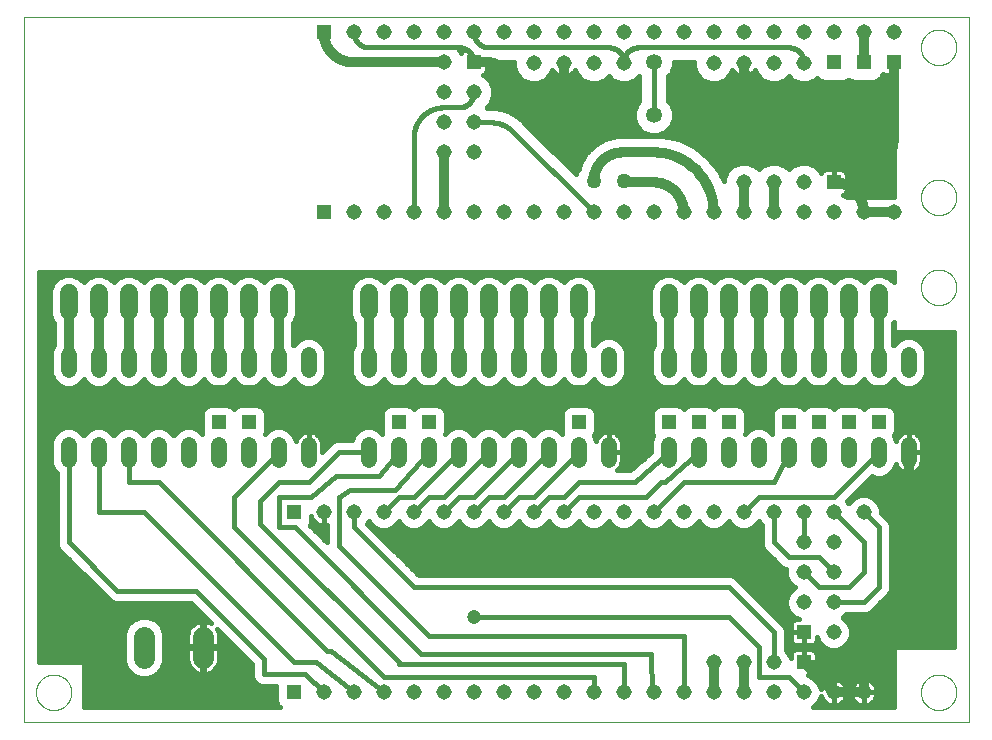
<source format=gbl>
G75*
%MOIN*%
%OFA0B0*%
%FSLAX25Y25*%
%IPPOS*%
%LPD*%
%AMOC8*
5,1,8,0,0,1.08239X$1,22.5*
%
%ADD10C,0.00000*%
%ADD11C,0.05200*%
%ADD12R,0.05150X0.05150*%
%ADD13C,0.05150*%
%ADD14C,0.05937*%
%ADD15C,0.07050*%
%ADD16C,0.05000*%
%ADD17C,0.03200*%
%ADD18C,0.01600*%
%ADD19C,0.05906*%
%ADD20R,0.05000X0.05000*%
%ADD21C,0.04724*%
%ADD22C,0.05315*%
D10*
X0023540Y0001000D02*
X0023540Y0235980D01*
X0338501Y0235980D01*
X0338501Y0001000D01*
X0023540Y0001000D01*
X0027634Y0011000D02*
X0027636Y0011153D01*
X0027642Y0011307D01*
X0027652Y0011460D01*
X0027666Y0011612D01*
X0027684Y0011765D01*
X0027706Y0011916D01*
X0027731Y0012067D01*
X0027761Y0012218D01*
X0027795Y0012368D01*
X0027832Y0012516D01*
X0027873Y0012664D01*
X0027918Y0012810D01*
X0027967Y0012956D01*
X0028020Y0013100D01*
X0028076Y0013242D01*
X0028136Y0013383D01*
X0028200Y0013523D01*
X0028267Y0013661D01*
X0028338Y0013797D01*
X0028413Y0013931D01*
X0028490Y0014063D01*
X0028572Y0014193D01*
X0028656Y0014321D01*
X0028744Y0014447D01*
X0028835Y0014570D01*
X0028929Y0014691D01*
X0029027Y0014809D01*
X0029127Y0014925D01*
X0029231Y0015038D01*
X0029337Y0015149D01*
X0029446Y0015257D01*
X0029558Y0015362D01*
X0029672Y0015463D01*
X0029790Y0015562D01*
X0029909Y0015658D01*
X0030031Y0015751D01*
X0030156Y0015840D01*
X0030283Y0015927D01*
X0030412Y0016009D01*
X0030543Y0016089D01*
X0030676Y0016165D01*
X0030811Y0016238D01*
X0030948Y0016307D01*
X0031087Y0016372D01*
X0031227Y0016434D01*
X0031369Y0016492D01*
X0031512Y0016547D01*
X0031657Y0016598D01*
X0031803Y0016645D01*
X0031950Y0016688D01*
X0032098Y0016727D01*
X0032247Y0016763D01*
X0032397Y0016794D01*
X0032548Y0016822D01*
X0032699Y0016846D01*
X0032852Y0016866D01*
X0033004Y0016882D01*
X0033157Y0016894D01*
X0033310Y0016902D01*
X0033463Y0016906D01*
X0033617Y0016906D01*
X0033770Y0016902D01*
X0033923Y0016894D01*
X0034076Y0016882D01*
X0034228Y0016866D01*
X0034381Y0016846D01*
X0034532Y0016822D01*
X0034683Y0016794D01*
X0034833Y0016763D01*
X0034982Y0016727D01*
X0035130Y0016688D01*
X0035277Y0016645D01*
X0035423Y0016598D01*
X0035568Y0016547D01*
X0035711Y0016492D01*
X0035853Y0016434D01*
X0035993Y0016372D01*
X0036132Y0016307D01*
X0036269Y0016238D01*
X0036404Y0016165D01*
X0036537Y0016089D01*
X0036668Y0016009D01*
X0036797Y0015927D01*
X0036924Y0015840D01*
X0037049Y0015751D01*
X0037171Y0015658D01*
X0037290Y0015562D01*
X0037408Y0015463D01*
X0037522Y0015362D01*
X0037634Y0015257D01*
X0037743Y0015149D01*
X0037849Y0015038D01*
X0037953Y0014925D01*
X0038053Y0014809D01*
X0038151Y0014691D01*
X0038245Y0014570D01*
X0038336Y0014447D01*
X0038424Y0014321D01*
X0038508Y0014193D01*
X0038590Y0014063D01*
X0038667Y0013931D01*
X0038742Y0013797D01*
X0038813Y0013661D01*
X0038880Y0013523D01*
X0038944Y0013383D01*
X0039004Y0013242D01*
X0039060Y0013100D01*
X0039113Y0012956D01*
X0039162Y0012810D01*
X0039207Y0012664D01*
X0039248Y0012516D01*
X0039285Y0012368D01*
X0039319Y0012218D01*
X0039349Y0012067D01*
X0039374Y0011916D01*
X0039396Y0011765D01*
X0039414Y0011612D01*
X0039428Y0011460D01*
X0039438Y0011307D01*
X0039444Y0011153D01*
X0039446Y0011000D01*
X0039444Y0010847D01*
X0039438Y0010693D01*
X0039428Y0010540D01*
X0039414Y0010388D01*
X0039396Y0010235D01*
X0039374Y0010084D01*
X0039349Y0009933D01*
X0039319Y0009782D01*
X0039285Y0009632D01*
X0039248Y0009484D01*
X0039207Y0009336D01*
X0039162Y0009190D01*
X0039113Y0009044D01*
X0039060Y0008900D01*
X0039004Y0008758D01*
X0038944Y0008617D01*
X0038880Y0008477D01*
X0038813Y0008339D01*
X0038742Y0008203D01*
X0038667Y0008069D01*
X0038590Y0007937D01*
X0038508Y0007807D01*
X0038424Y0007679D01*
X0038336Y0007553D01*
X0038245Y0007430D01*
X0038151Y0007309D01*
X0038053Y0007191D01*
X0037953Y0007075D01*
X0037849Y0006962D01*
X0037743Y0006851D01*
X0037634Y0006743D01*
X0037522Y0006638D01*
X0037408Y0006537D01*
X0037290Y0006438D01*
X0037171Y0006342D01*
X0037049Y0006249D01*
X0036924Y0006160D01*
X0036797Y0006073D01*
X0036668Y0005991D01*
X0036537Y0005911D01*
X0036404Y0005835D01*
X0036269Y0005762D01*
X0036132Y0005693D01*
X0035993Y0005628D01*
X0035853Y0005566D01*
X0035711Y0005508D01*
X0035568Y0005453D01*
X0035423Y0005402D01*
X0035277Y0005355D01*
X0035130Y0005312D01*
X0034982Y0005273D01*
X0034833Y0005237D01*
X0034683Y0005206D01*
X0034532Y0005178D01*
X0034381Y0005154D01*
X0034228Y0005134D01*
X0034076Y0005118D01*
X0033923Y0005106D01*
X0033770Y0005098D01*
X0033617Y0005094D01*
X0033463Y0005094D01*
X0033310Y0005098D01*
X0033157Y0005106D01*
X0033004Y0005118D01*
X0032852Y0005134D01*
X0032699Y0005154D01*
X0032548Y0005178D01*
X0032397Y0005206D01*
X0032247Y0005237D01*
X0032098Y0005273D01*
X0031950Y0005312D01*
X0031803Y0005355D01*
X0031657Y0005402D01*
X0031512Y0005453D01*
X0031369Y0005508D01*
X0031227Y0005566D01*
X0031087Y0005628D01*
X0030948Y0005693D01*
X0030811Y0005762D01*
X0030676Y0005835D01*
X0030543Y0005911D01*
X0030412Y0005991D01*
X0030283Y0006073D01*
X0030156Y0006160D01*
X0030031Y0006249D01*
X0029909Y0006342D01*
X0029790Y0006438D01*
X0029672Y0006537D01*
X0029558Y0006638D01*
X0029446Y0006743D01*
X0029337Y0006851D01*
X0029231Y0006962D01*
X0029127Y0007075D01*
X0029027Y0007191D01*
X0028929Y0007309D01*
X0028835Y0007430D01*
X0028744Y0007553D01*
X0028656Y0007679D01*
X0028572Y0007807D01*
X0028490Y0007937D01*
X0028413Y0008069D01*
X0028338Y0008203D01*
X0028267Y0008339D01*
X0028200Y0008477D01*
X0028136Y0008617D01*
X0028076Y0008758D01*
X0028020Y0008900D01*
X0027967Y0009044D01*
X0027918Y0009190D01*
X0027873Y0009336D01*
X0027832Y0009484D01*
X0027795Y0009632D01*
X0027761Y0009782D01*
X0027731Y0009933D01*
X0027706Y0010084D01*
X0027684Y0010235D01*
X0027666Y0010388D01*
X0027652Y0010540D01*
X0027642Y0010693D01*
X0027636Y0010847D01*
X0027634Y0011000D01*
X0322634Y0011000D02*
X0322636Y0011153D01*
X0322642Y0011307D01*
X0322652Y0011460D01*
X0322666Y0011612D01*
X0322684Y0011765D01*
X0322706Y0011916D01*
X0322731Y0012067D01*
X0322761Y0012218D01*
X0322795Y0012368D01*
X0322832Y0012516D01*
X0322873Y0012664D01*
X0322918Y0012810D01*
X0322967Y0012956D01*
X0323020Y0013100D01*
X0323076Y0013242D01*
X0323136Y0013383D01*
X0323200Y0013523D01*
X0323267Y0013661D01*
X0323338Y0013797D01*
X0323413Y0013931D01*
X0323490Y0014063D01*
X0323572Y0014193D01*
X0323656Y0014321D01*
X0323744Y0014447D01*
X0323835Y0014570D01*
X0323929Y0014691D01*
X0324027Y0014809D01*
X0324127Y0014925D01*
X0324231Y0015038D01*
X0324337Y0015149D01*
X0324446Y0015257D01*
X0324558Y0015362D01*
X0324672Y0015463D01*
X0324790Y0015562D01*
X0324909Y0015658D01*
X0325031Y0015751D01*
X0325156Y0015840D01*
X0325283Y0015927D01*
X0325412Y0016009D01*
X0325543Y0016089D01*
X0325676Y0016165D01*
X0325811Y0016238D01*
X0325948Y0016307D01*
X0326087Y0016372D01*
X0326227Y0016434D01*
X0326369Y0016492D01*
X0326512Y0016547D01*
X0326657Y0016598D01*
X0326803Y0016645D01*
X0326950Y0016688D01*
X0327098Y0016727D01*
X0327247Y0016763D01*
X0327397Y0016794D01*
X0327548Y0016822D01*
X0327699Y0016846D01*
X0327852Y0016866D01*
X0328004Y0016882D01*
X0328157Y0016894D01*
X0328310Y0016902D01*
X0328463Y0016906D01*
X0328617Y0016906D01*
X0328770Y0016902D01*
X0328923Y0016894D01*
X0329076Y0016882D01*
X0329228Y0016866D01*
X0329381Y0016846D01*
X0329532Y0016822D01*
X0329683Y0016794D01*
X0329833Y0016763D01*
X0329982Y0016727D01*
X0330130Y0016688D01*
X0330277Y0016645D01*
X0330423Y0016598D01*
X0330568Y0016547D01*
X0330711Y0016492D01*
X0330853Y0016434D01*
X0330993Y0016372D01*
X0331132Y0016307D01*
X0331269Y0016238D01*
X0331404Y0016165D01*
X0331537Y0016089D01*
X0331668Y0016009D01*
X0331797Y0015927D01*
X0331924Y0015840D01*
X0332049Y0015751D01*
X0332171Y0015658D01*
X0332290Y0015562D01*
X0332408Y0015463D01*
X0332522Y0015362D01*
X0332634Y0015257D01*
X0332743Y0015149D01*
X0332849Y0015038D01*
X0332953Y0014925D01*
X0333053Y0014809D01*
X0333151Y0014691D01*
X0333245Y0014570D01*
X0333336Y0014447D01*
X0333424Y0014321D01*
X0333508Y0014193D01*
X0333590Y0014063D01*
X0333667Y0013931D01*
X0333742Y0013797D01*
X0333813Y0013661D01*
X0333880Y0013523D01*
X0333944Y0013383D01*
X0334004Y0013242D01*
X0334060Y0013100D01*
X0334113Y0012956D01*
X0334162Y0012810D01*
X0334207Y0012664D01*
X0334248Y0012516D01*
X0334285Y0012368D01*
X0334319Y0012218D01*
X0334349Y0012067D01*
X0334374Y0011916D01*
X0334396Y0011765D01*
X0334414Y0011612D01*
X0334428Y0011460D01*
X0334438Y0011307D01*
X0334444Y0011153D01*
X0334446Y0011000D01*
X0334444Y0010847D01*
X0334438Y0010693D01*
X0334428Y0010540D01*
X0334414Y0010388D01*
X0334396Y0010235D01*
X0334374Y0010084D01*
X0334349Y0009933D01*
X0334319Y0009782D01*
X0334285Y0009632D01*
X0334248Y0009484D01*
X0334207Y0009336D01*
X0334162Y0009190D01*
X0334113Y0009044D01*
X0334060Y0008900D01*
X0334004Y0008758D01*
X0333944Y0008617D01*
X0333880Y0008477D01*
X0333813Y0008339D01*
X0333742Y0008203D01*
X0333667Y0008069D01*
X0333590Y0007937D01*
X0333508Y0007807D01*
X0333424Y0007679D01*
X0333336Y0007553D01*
X0333245Y0007430D01*
X0333151Y0007309D01*
X0333053Y0007191D01*
X0332953Y0007075D01*
X0332849Y0006962D01*
X0332743Y0006851D01*
X0332634Y0006743D01*
X0332522Y0006638D01*
X0332408Y0006537D01*
X0332290Y0006438D01*
X0332171Y0006342D01*
X0332049Y0006249D01*
X0331924Y0006160D01*
X0331797Y0006073D01*
X0331668Y0005991D01*
X0331537Y0005911D01*
X0331404Y0005835D01*
X0331269Y0005762D01*
X0331132Y0005693D01*
X0330993Y0005628D01*
X0330853Y0005566D01*
X0330711Y0005508D01*
X0330568Y0005453D01*
X0330423Y0005402D01*
X0330277Y0005355D01*
X0330130Y0005312D01*
X0329982Y0005273D01*
X0329833Y0005237D01*
X0329683Y0005206D01*
X0329532Y0005178D01*
X0329381Y0005154D01*
X0329228Y0005134D01*
X0329076Y0005118D01*
X0328923Y0005106D01*
X0328770Y0005098D01*
X0328617Y0005094D01*
X0328463Y0005094D01*
X0328310Y0005098D01*
X0328157Y0005106D01*
X0328004Y0005118D01*
X0327852Y0005134D01*
X0327699Y0005154D01*
X0327548Y0005178D01*
X0327397Y0005206D01*
X0327247Y0005237D01*
X0327098Y0005273D01*
X0326950Y0005312D01*
X0326803Y0005355D01*
X0326657Y0005402D01*
X0326512Y0005453D01*
X0326369Y0005508D01*
X0326227Y0005566D01*
X0326087Y0005628D01*
X0325948Y0005693D01*
X0325811Y0005762D01*
X0325676Y0005835D01*
X0325543Y0005911D01*
X0325412Y0005991D01*
X0325283Y0006073D01*
X0325156Y0006160D01*
X0325031Y0006249D01*
X0324909Y0006342D01*
X0324790Y0006438D01*
X0324672Y0006537D01*
X0324558Y0006638D01*
X0324446Y0006743D01*
X0324337Y0006851D01*
X0324231Y0006962D01*
X0324127Y0007075D01*
X0324027Y0007191D01*
X0323929Y0007309D01*
X0323835Y0007430D01*
X0323744Y0007553D01*
X0323656Y0007679D01*
X0323572Y0007807D01*
X0323490Y0007937D01*
X0323413Y0008069D01*
X0323338Y0008203D01*
X0323267Y0008339D01*
X0323200Y0008477D01*
X0323136Y0008617D01*
X0323076Y0008758D01*
X0323020Y0008900D01*
X0322967Y0009044D01*
X0322918Y0009190D01*
X0322873Y0009336D01*
X0322832Y0009484D01*
X0322795Y0009632D01*
X0322761Y0009782D01*
X0322731Y0009933D01*
X0322706Y0010084D01*
X0322684Y0010235D01*
X0322666Y0010388D01*
X0322652Y0010540D01*
X0322642Y0010693D01*
X0322636Y0010847D01*
X0322634Y0011000D01*
X0322634Y0146000D02*
X0322636Y0146153D01*
X0322642Y0146307D01*
X0322652Y0146460D01*
X0322666Y0146612D01*
X0322684Y0146765D01*
X0322706Y0146916D01*
X0322731Y0147067D01*
X0322761Y0147218D01*
X0322795Y0147368D01*
X0322832Y0147516D01*
X0322873Y0147664D01*
X0322918Y0147810D01*
X0322967Y0147956D01*
X0323020Y0148100D01*
X0323076Y0148242D01*
X0323136Y0148383D01*
X0323200Y0148523D01*
X0323267Y0148661D01*
X0323338Y0148797D01*
X0323413Y0148931D01*
X0323490Y0149063D01*
X0323572Y0149193D01*
X0323656Y0149321D01*
X0323744Y0149447D01*
X0323835Y0149570D01*
X0323929Y0149691D01*
X0324027Y0149809D01*
X0324127Y0149925D01*
X0324231Y0150038D01*
X0324337Y0150149D01*
X0324446Y0150257D01*
X0324558Y0150362D01*
X0324672Y0150463D01*
X0324790Y0150562D01*
X0324909Y0150658D01*
X0325031Y0150751D01*
X0325156Y0150840D01*
X0325283Y0150927D01*
X0325412Y0151009D01*
X0325543Y0151089D01*
X0325676Y0151165D01*
X0325811Y0151238D01*
X0325948Y0151307D01*
X0326087Y0151372D01*
X0326227Y0151434D01*
X0326369Y0151492D01*
X0326512Y0151547D01*
X0326657Y0151598D01*
X0326803Y0151645D01*
X0326950Y0151688D01*
X0327098Y0151727D01*
X0327247Y0151763D01*
X0327397Y0151794D01*
X0327548Y0151822D01*
X0327699Y0151846D01*
X0327852Y0151866D01*
X0328004Y0151882D01*
X0328157Y0151894D01*
X0328310Y0151902D01*
X0328463Y0151906D01*
X0328617Y0151906D01*
X0328770Y0151902D01*
X0328923Y0151894D01*
X0329076Y0151882D01*
X0329228Y0151866D01*
X0329381Y0151846D01*
X0329532Y0151822D01*
X0329683Y0151794D01*
X0329833Y0151763D01*
X0329982Y0151727D01*
X0330130Y0151688D01*
X0330277Y0151645D01*
X0330423Y0151598D01*
X0330568Y0151547D01*
X0330711Y0151492D01*
X0330853Y0151434D01*
X0330993Y0151372D01*
X0331132Y0151307D01*
X0331269Y0151238D01*
X0331404Y0151165D01*
X0331537Y0151089D01*
X0331668Y0151009D01*
X0331797Y0150927D01*
X0331924Y0150840D01*
X0332049Y0150751D01*
X0332171Y0150658D01*
X0332290Y0150562D01*
X0332408Y0150463D01*
X0332522Y0150362D01*
X0332634Y0150257D01*
X0332743Y0150149D01*
X0332849Y0150038D01*
X0332953Y0149925D01*
X0333053Y0149809D01*
X0333151Y0149691D01*
X0333245Y0149570D01*
X0333336Y0149447D01*
X0333424Y0149321D01*
X0333508Y0149193D01*
X0333590Y0149063D01*
X0333667Y0148931D01*
X0333742Y0148797D01*
X0333813Y0148661D01*
X0333880Y0148523D01*
X0333944Y0148383D01*
X0334004Y0148242D01*
X0334060Y0148100D01*
X0334113Y0147956D01*
X0334162Y0147810D01*
X0334207Y0147664D01*
X0334248Y0147516D01*
X0334285Y0147368D01*
X0334319Y0147218D01*
X0334349Y0147067D01*
X0334374Y0146916D01*
X0334396Y0146765D01*
X0334414Y0146612D01*
X0334428Y0146460D01*
X0334438Y0146307D01*
X0334444Y0146153D01*
X0334446Y0146000D01*
X0334444Y0145847D01*
X0334438Y0145693D01*
X0334428Y0145540D01*
X0334414Y0145388D01*
X0334396Y0145235D01*
X0334374Y0145084D01*
X0334349Y0144933D01*
X0334319Y0144782D01*
X0334285Y0144632D01*
X0334248Y0144484D01*
X0334207Y0144336D01*
X0334162Y0144190D01*
X0334113Y0144044D01*
X0334060Y0143900D01*
X0334004Y0143758D01*
X0333944Y0143617D01*
X0333880Y0143477D01*
X0333813Y0143339D01*
X0333742Y0143203D01*
X0333667Y0143069D01*
X0333590Y0142937D01*
X0333508Y0142807D01*
X0333424Y0142679D01*
X0333336Y0142553D01*
X0333245Y0142430D01*
X0333151Y0142309D01*
X0333053Y0142191D01*
X0332953Y0142075D01*
X0332849Y0141962D01*
X0332743Y0141851D01*
X0332634Y0141743D01*
X0332522Y0141638D01*
X0332408Y0141537D01*
X0332290Y0141438D01*
X0332171Y0141342D01*
X0332049Y0141249D01*
X0331924Y0141160D01*
X0331797Y0141073D01*
X0331668Y0140991D01*
X0331537Y0140911D01*
X0331404Y0140835D01*
X0331269Y0140762D01*
X0331132Y0140693D01*
X0330993Y0140628D01*
X0330853Y0140566D01*
X0330711Y0140508D01*
X0330568Y0140453D01*
X0330423Y0140402D01*
X0330277Y0140355D01*
X0330130Y0140312D01*
X0329982Y0140273D01*
X0329833Y0140237D01*
X0329683Y0140206D01*
X0329532Y0140178D01*
X0329381Y0140154D01*
X0329228Y0140134D01*
X0329076Y0140118D01*
X0328923Y0140106D01*
X0328770Y0140098D01*
X0328617Y0140094D01*
X0328463Y0140094D01*
X0328310Y0140098D01*
X0328157Y0140106D01*
X0328004Y0140118D01*
X0327852Y0140134D01*
X0327699Y0140154D01*
X0327548Y0140178D01*
X0327397Y0140206D01*
X0327247Y0140237D01*
X0327098Y0140273D01*
X0326950Y0140312D01*
X0326803Y0140355D01*
X0326657Y0140402D01*
X0326512Y0140453D01*
X0326369Y0140508D01*
X0326227Y0140566D01*
X0326087Y0140628D01*
X0325948Y0140693D01*
X0325811Y0140762D01*
X0325676Y0140835D01*
X0325543Y0140911D01*
X0325412Y0140991D01*
X0325283Y0141073D01*
X0325156Y0141160D01*
X0325031Y0141249D01*
X0324909Y0141342D01*
X0324790Y0141438D01*
X0324672Y0141537D01*
X0324558Y0141638D01*
X0324446Y0141743D01*
X0324337Y0141851D01*
X0324231Y0141962D01*
X0324127Y0142075D01*
X0324027Y0142191D01*
X0323929Y0142309D01*
X0323835Y0142430D01*
X0323744Y0142553D01*
X0323656Y0142679D01*
X0323572Y0142807D01*
X0323490Y0142937D01*
X0323413Y0143069D01*
X0323338Y0143203D01*
X0323267Y0143339D01*
X0323200Y0143477D01*
X0323136Y0143617D01*
X0323076Y0143758D01*
X0323020Y0143900D01*
X0322967Y0144044D01*
X0322918Y0144190D01*
X0322873Y0144336D01*
X0322832Y0144484D01*
X0322795Y0144632D01*
X0322761Y0144782D01*
X0322731Y0144933D01*
X0322706Y0145084D01*
X0322684Y0145235D01*
X0322666Y0145388D01*
X0322652Y0145540D01*
X0322642Y0145693D01*
X0322636Y0145847D01*
X0322634Y0146000D01*
X0322634Y0176000D02*
X0322636Y0176153D01*
X0322642Y0176307D01*
X0322652Y0176460D01*
X0322666Y0176612D01*
X0322684Y0176765D01*
X0322706Y0176916D01*
X0322731Y0177067D01*
X0322761Y0177218D01*
X0322795Y0177368D01*
X0322832Y0177516D01*
X0322873Y0177664D01*
X0322918Y0177810D01*
X0322967Y0177956D01*
X0323020Y0178100D01*
X0323076Y0178242D01*
X0323136Y0178383D01*
X0323200Y0178523D01*
X0323267Y0178661D01*
X0323338Y0178797D01*
X0323413Y0178931D01*
X0323490Y0179063D01*
X0323572Y0179193D01*
X0323656Y0179321D01*
X0323744Y0179447D01*
X0323835Y0179570D01*
X0323929Y0179691D01*
X0324027Y0179809D01*
X0324127Y0179925D01*
X0324231Y0180038D01*
X0324337Y0180149D01*
X0324446Y0180257D01*
X0324558Y0180362D01*
X0324672Y0180463D01*
X0324790Y0180562D01*
X0324909Y0180658D01*
X0325031Y0180751D01*
X0325156Y0180840D01*
X0325283Y0180927D01*
X0325412Y0181009D01*
X0325543Y0181089D01*
X0325676Y0181165D01*
X0325811Y0181238D01*
X0325948Y0181307D01*
X0326087Y0181372D01*
X0326227Y0181434D01*
X0326369Y0181492D01*
X0326512Y0181547D01*
X0326657Y0181598D01*
X0326803Y0181645D01*
X0326950Y0181688D01*
X0327098Y0181727D01*
X0327247Y0181763D01*
X0327397Y0181794D01*
X0327548Y0181822D01*
X0327699Y0181846D01*
X0327852Y0181866D01*
X0328004Y0181882D01*
X0328157Y0181894D01*
X0328310Y0181902D01*
X0328463Y0181906D01*
X0328617Y0181906D01*
X0328770Y0181902D01*
X0328923Y0181894D01*
X0329076Y0181882D01*
X0329228Y0181866D01*
X0329381Y0181846D01*
X0329532Y0181822D01*
X0329683Y0181794D01*
X0329833Y0181763D01*
X0329982Y0181727D01*
X0330130Y0181688D01*
X0330277Y0181645D01*
X0330423Y0181598D01*
X0330568Y0181547D01*
X0330711Y0181492D01*
X0330853Y0181434D01*
X0330993Y0181372D01*
X0331132Y0181307D01*
X0331269Y0181238D01*
X0331404Y0181165D01*
X0331537Y0181089D01*
X0331668Y0181009D01*
X0331797Y0180927D01*
X0331924Y0180840D01*
X0332049Y0180751D01*
X0332171Y0180658D01*
X0332290Y0180562D01*
X0332408Y0180463D01*
X0332522Y0180362D01*
X0332634Y0180257D01*
X0332743Y0180149D01*
X0332849Y0180038D01*
X0332953Y0179925D01*
X0333053Y0179809D01*
X0333151Y0179691D01*
X0333245Y0179570D01*
X0333336Y0179447D01*
X0333424Y0179321D01*
X0333508Y0179193D01*
X0333590Y0179063D01*
X0333667Y0178931D01*
X0333742Y0178797D01*
X0333813Y0178661D01*
X0333880Y0178523D01*
X0333944Y0178383D01*
X0334004Y0178242D01*
X0334060Y0178100D01*
X0334113Y0177956D01*
X0334162Y0177810D01*
X0334207Y0177664D01*
X0334248Y0177516D01*
X0334285Y0177368D01*
X0334319Y0177218D01*
X0334349Y0177067D01*
X0334374Y0176916D01*
X0334396Y0176765D01*
X0334414Y0176612D01*
X0334428Y0176460D01*
X0334438Y0176307D01*
X0334444Y0176153D01*
X0334446Y0176000D01*
X0334444Y0175847D01*
X0334438Y0175693D01*
X0334428Y0175540D01*
X0334414Y0175388D01*
X0334396Y0175235D01*
X0334374Y0175084D01*
X0334349Y0174933D01*
X0334319Y0174782D01*
X0334285Y0174632D01*
X0334248Y0174484D01*
X0334207Y0174336D01*
X0334162Y0174190D01*
X0334113Y0174044D01*
X0334060Y0173900D01*
X0334004Y0173758D01*
X0333944Y0173617D01*
X0333880Y0173477D01*
X0333813Y0173339D01*
X0333742Y0173203D01*
X0333667Y0173069D01*
X0333590Y0172937D01*
X0333508Y0172807D01*
X0333424Y0172679D01*
X0333336Y0172553D01*
X0333245Y0172430D01*
X0333151Y0172309D01*
X0333053Y0172191D01*
X0332953Y0172075D01*
X0332849Y0171962D01*
X0332743Y0171851D01*
X0332634Y0171743D01*
X0332522Y0171638D01*
X0332408Y0171537D01*
X0332290Y0171438D01*
X0332171Y0171342D01*
X0332049Y0171249D01*
X0331924Y0171160D01*
X0331797Y0171073D01*
X0331668Y0170991D01*
X0331537Y0170911D01*
X0331404Y0170835D01*
X0331269Y0170762D01*
X0331132Y0170693D01*
X0330993Y0170628D01*
X0330853Y0170566D01*
X0330711Y0170508D01*
X0330568Y0170453D01*
X0330423Y0170402D01*
X0330277Y0170355D01*
X0330130Y0170312D01*
X0329982Y0170273D01*
X0329833Y0170237D01*
X0329683Y0170206D01*
X0329532Y0170178D01*
X0329381Y0170154D01*
X0329228Y0170134D01*
X0329076Y0170118D01*
X0328923Y0170106D01*
X0328770Y0170098D01*
X0328617Y0170094D01*
X0328463Y0170094D01*
X0328310Y0170098D01*
X0328157Y0170106D01*
X0328004Y0170118D01*
X0327852Y0170134D01*
X0327699Y0170154D01*
X0327548Y0170178D01*
X0327397Y0170206D01*
X0327247Y0170237D01*
X0327098Y0170273D01*
X0326950Y0170312D01*
X0326803Y0170355D01*
X0326657Y0170402D01*
X0326512Y0170453D01*
X0326369Y0170508D01*
X0326227Y0170566D01*
X0326087Y0170628D01*
X0325948Y0170693D01*
X0325811Y0170762D01*
X0325676Y0170835D01*
X0325543Y0170911D01*
X0325412Y0170991D01*
X0325283Y0171073D01*
X0325156Y0171160D01*
X0325031Y0171249D01*
X0324909Y0171342D01*
X0324790Y0171438D01*
X0324672Y0171537D01*
X0324558Y0171638D01*
X0324446Y0171743D01*
X0324337Y0171851D01*
X0324231Y0171962D01*
X0324127Y0172075D01*
X0324027Y0172191D01*
X0323929Y0172309D01*
X0323835Y0172430D01*
X0323744Y0172553D01*
X0323656Y0172679D01*
X0323572Y0172807D01*
X0323490Y0172937D01*
X0323413Y0173069D01*
X0323338Y0173203D01*
X0323267Y0173339D01*
X0323200Y0173477D01*
X0323136Y0173617D01*
X0323076Y0173758D01*
X0323020Y0173900D01*
X0322967Y0174044D01*
X0322918Y0174190D01*
X0322873Y0174336D01*
X0322832Y0174484D01*
X0322795Y0174632D01*
X0322761Y0174782D01*
X0322731Y0174933D01*
X0322706Y0175084D01*
X0322684Y0175235D01*
X0322666Y0175388D01*
X0322652Y0175540D01*
X0322642Y0175693D01*
X0322636Y0175847D01*
X0322634Y0176000D01*
X0322634Y0226000D02*
X0322636Y0226153D01*
X0322642Y0226307D01*
X0322652Y0226460D01*
X0322666Y0226612D01*
X0322684Y0226765D01*
X0322706Y0226916D01*
X0322731Y0227067D01*
X0322761Y0227218D01*
X0322795Y0227368D01*
X0322832Y0227516D01*
X0322873Y0227664D01*
X0322918Y0227810D01*
X0322967Y0227956D01*
X0323020Y0228100D01*
X0323076Y0228242D01*
X0323136Y0228383D01*
X0323200Y0228523D01*
X0323267Y0228661D01*
X0323338Y0228797D01*
X0323413Y0228931D01*
X0323490Y0229063D01*
X0323572Y0229193D01*
X0323656Y0229321D01*
X0323744Y0229447D01*
X0323835Y0229570D01*
X0323929Y0229691D01*
X0324027Y0229809D01*
X0324127Y0229925D01*
X0324231Y0230038D01*
X0324337Y0230149D01*
X0324446Y0230257D01*
X0324558Y0230362D01*
X0324672Y0230463D01*
X0324790Y0230562D01*
X0324909Y0230658D01*
X0325031Y0230751D01*
X0325156Y0230840D01*
X0325283Y0230927D01*
X0325412Y0231009D01*
X0325543Y0231089D01*
X0325676Y0231165D01*
X0325811Y0231238D01*
X0325948Y0231307D01*
X0326087Y0231372D01*
X0326227Y0231434D01*
X0326369Y0231492D01*
X0326512Y0231547D01*
X0326657Y0231598D01*
X0326803Y0231645D01*
X0326950Y0231688D01*
X0327098Y0231727D01*
X0327247Y0231763D01*
X0327397Y0231794D01*
X0327548Y0231822D01*
X0327699Y0231846D01*
X0327852Y0231866D01*
X0328004Y0231882D01*
X0328157Y0231894D01*
X0328310Y0231902D01*
X0328463Y0231906D01*
X0328617Y0231906D01*
X0328770Y0231902D01*
X0328923Y0231894D01*
X0329076Y0231882D01*
X0329228Y0231866D01*
X0329381Y0231846D01*
X0329532Y0231822D01*
X0329683Y0231794D01*
X0329833Y0231763D01*
X0329982Y0231727D01*
X0330130Y0231688D01*
X0330277Y0231645D01*
X0330423Y0231598D01*
X0330568Y0231547D01*
X0330711Y0231492D01*
X0330853Y0231434D01*
X0330993Y0231372D01*
X0331132Y0231307D01*
X0331269Y0231238D01*
X0331404Y0231165D01*
X0331537Y0231089D01*
X0331668Y0231009D01*
X0331797Y0230927D01*
X0331924Y0230840D01*
X0332049Y0230751D01*
X0332171Y0230658D01*
X0332290Y0230562D01*
X0332408Y0230463D01*
X0332522Y0230362D01*
X0332634Y0230257D01*
X0332743Y0230149D01*
X0332849Y0230038D01*
X0332953Y0229925D01*
X0333053Y0229809D01*
X0333151Y0229691D01*
X0333245Y0229570D01*
X0333336Y0229447D01*
X0333424Y0229321D01*
X0333508Y0229193D01*
X0333590Y0229063D01*
X0333667Y0228931D01*
X0333742Y0228797D01*
X0333813Y0228661D01*
X0333880Y0228523D01*
X0333944Y0228383D01*
X0334004Y0228242D01*
X0334060Y0228100D01*
X0334113Y0227956D01*
X0334162Y0227810D01*
X0334207Y0227664D01*
X0334248Y0227516D01*
X0334285Y0227368D01*
X0334319Y0227218D01*
X0334349Y0227067D01*
X0334374Y0226916D01*
X0334396Y0226765D01*
X0334414Y0226612D01*
X0334428Y0226460D01*
X0334438Y0226307D01*
X0334444Y0226153D01*
X0334446Y0226000D01*
X0334444Y0225847D01*
X0334438Y0225693D01*
X0334428Y0225540D01*
X0334414Y0225388D01*
X0334396Y0225235D01*
X0334374Y0225084D01*
X0334349Y0224933D01*
X0334319Y0224782D01*
X0334285Y0224632D01*
X0334248Y0224484D01*
X0334207Y0224336D01*
X0334162Y0224190D01*
X0334113Y0224044D01*
X0334060Y0223900D01*
X0334004Y0223758D01*
X0333944Y0223617D01*
X0333880Y0223477D01*
X0333813Y0223339D01*
X0333742Y0223203D01*
X0333667Y0223069D01*
X0333590Y0222937D01*
X0333508Y0222807D01*
X0333424Y0222679D01*
X0333336Y0222553D01*
X0333245Y0222430D01*
X0333151Y0222309D01*
X0333053Y0222191D01*
X0332953Y0222075D01*
X0332849Y0221962D01*
X0332743Y0221851D01*
X0332634Y0221743D01*
X0332522Y0221638D01*
X0332408Y0221537D01*
X0332290Y0221438D01*
X0332171Y0221342D01*
X0332049Y0221249D01*
X0331924Y0221160D01*
X0331797Y0221073D01*
X0331668Y0220991D01*
X0331537Y0220911D01*
X0331404Y0220835D01*
X0331269Y0220762D01*
X0331132Y0220693D01*
X0330993Y0220628D01*
X0330853Y0220566D01*
X0330711Y0220508D01*
X0330568Y0220453D01*
X0330423Y0220402D01*
X0330277Y0220355D01*
X0330130Y0220312D01*
X0329982Y0220273D01*
X0329833Y0220237D01*
X0329683Y0220206D01*
X0329532Y0220178D01*
X0329381Y0220154D01*
X0329228Y0220134D01*
X0329076Y0220118D01*
X0328923Y0220106D01*
X0328770Y0220098D01*
X0328617Y0220094D01*
X0328463Y0220094D01*
X0328310Y0220098D01*
X0328157Y0220106D01*
X0328004Y0220118D01*
X0327852Y0220134D01*
X0327699Y0220154D01*
X0327548Y0220178D01*
X0327397Y0220206D01*
X0327247Y0220237D01*
X0327098Y0220273D01*
X0326950Y0220312D01*
X0326803Y0220355D01*
X0326657Y0220402D01*
X0326512Y0220453D01*
X0326369Y0220508D01*
X0326227Y0220566D01*
X0326087Y0220628D01*
X0325948Y0220693D01*
X0325811Y0220762D01*
X0325676Y0220835D01*
X0325543Y0220911D01*
X0325412Y0220991D01*
X0325283Y0221073D01*
X0325156Y0221160D01*
X0325031Y0221249D01*
X0324909Y0221342D01*
X0324790Y0221438D01*
X0324672Y0221537D01*
X0324558Y0221638D01*
X0324446Y0221743D01*
X0324337Y0221851D01*
X0324231Y0221962D01*
X0324127Y0222075D01*
X0324027Y0222191D01*
X0323929Y0222309D01*
X0323835Y0222430D01*
X0323744Y0222553D01*
X0323656Y0222679D01*
X0323572Y0222807D01*
X0323490Y0222937D01*
X0323413Y0223069D01*
X0323338Y0223203D01*
X0323267Y0223339D01*
X0323200Y0223477D01*
X0323136Y0223617D01*
X0323076Y0223758D01*
X0323020Y0223900D01*
X0322967Y0224044D01*
X0322918Y0224190D01*
X0322873Y0224336D01*
X0322832Y0224484D01*
X0322795Y0224632D01*
X0322761Y0224782D01*
X0322731Y0224933D01*
X0322706Y0225084D01*
X0322684Y0225235D01*
X0322666Y0225388D01*
X0322652Y0225540D01*
X0322642Y0225693D01*
X0322636Y0225847D01*
X0322634Y0226000D01*
D11*
X0318540Y0123600D02*
X0318540Y0118400D01*
X0308540Y0118400D02*
X0308540Y0123600D01*
X0298540Y0123600D02*
X0298540Y0118400D01*
X0288540Y0118400D02*
X0288540Y0123600D01*
X0278540Y0123600D02*
X0278540Y0118400D01*
X0268540Y0118400D02*
X0268540Y0123600D01*
X0258540Y0123600D02*
X0258540Y0118400D01*
X0248540Y0118400D02*
X0248540Y0123600D01*
X0238540Y0123600D02*
X0238540Y0118400D01*
X0218540Y0118400D02*
X0218540Y0123600D01*
X0208540Y0123600D02*
X0208540Y0118400D01*
X0198540Y0118400D02*
X0198540Y0123600D01*
X0188540Y0123600D02*
X0188540Y0118400D01*
X0178540Y0118400D02*
X0178540Y0123600D01*
X0168540Y0123600D02*
X0168540Y0118400D01*
X0158540Y0118400D02*
X0158540Y0123600D01*
X0148540Y0123600D02*
X0148540Y0118400D01*
X0138540Y0118400D02*
X0138540Y0123600D01*
X0118540Y0123600D02*
X0118540Y0118400D01*
X0108540Y0118400D02*
X0108540Y0123600D01*
X0098540Y0123600D02*
X0098540Y0118400D01*
X0088540Y0118400D02*
X0088540Y0123600D01*
X0078540Y0123600D02*
X0078540Y0118400D01*
X0068540Y0118400D02*
X0068540Y0123600D01*
X0058540Y0123600D02*
X0058540Y0118400D01*
X0048540Y0118400D02*
X0048540Y0123600D01*
X0038540Y0123600D02*
X0038540Y0118400D01*
X0038540Y0093600D02*
X0038540Y0088400D01*
X0048540Y0088400D02*
X0048540Y0093600D01*
X0058540Y0093600D02*
X0058540Y0088400D01*
X0068540Y0088400D02*
X0068540Y0093600D01*
X0078540Y0093600D02*
X0078540Y0088400D01*
X0088540Y0088400D02*
X0088540Y0093600D01*
X0098540Y0093600D02*
X0098540Y0088400D01*
X0108540Y0088400D02*
X0108540Y0093600D01*
X0118540Y0093600D02*
X0118540Y0088400D01*
X0138540Y0088400D02*
X0138540Y0093600D01*
X0148540Y0093600D02*
X0148540Y0088400D01*
X0158540Y0088400D02*
X0158540Y0093600D01*
X0168540Y0093600D02*
X0168540Y0088400D01*
X0178540Y0088400D02*
X0178540Y0093600D01*
X0188540Y0093600D02*
X0188540Y0088400D01*
X0198540Y0088400D02*
X0198540Y0093600D01*
X0208540Y0093600D02*
X0208540Y0088400D01*
X0218540Y0088400D02*
X0218540Y0093600D01*
X0238540Y0093600D02*
X0238540Y0088400D01*
X0248540Y0088400D02*
X0248540Y0093600D01*
X0258540Y0093600D02*
X0258540Y0088400D01*
X0268540Y0088400D02*
X0268540Y0093600D01*
X0278540Y0093600D02*
X0278540Y0088400D01*
X0288540Y0088400D02*
X0288540Y0093600D01*
X0298540Y0093600D02*
X0298540Y0088400D01*
X0308540Y0088400D02*
X0308540Y0093600D01*
X0318540Y0093600D02*
X0318540Y0088400D01*
D12*
X0283540Y0031000D03*
X0283540Y0021000D03*
X0113540Y0011000D03*
X0113540Y0071000D03*
X0123540Y0171000D03*
X0173540Y0221000D03*
X0123540Y0231000D03*
X0293540Y0221000D03*
X0303540Y0221000D03*
X0313540Y0221000D03*
X0293540Y0181000D03*
D13*
X0283540Y0181000D03*
X0273540Y0181000D03*
X0263540Y0181000D03*
X0263540Y0171000D03*
X0253540Y0171000D03*
X0243540Y0171000D03*
X0233540Y0171000D03*
X0223540Y0171000D03*
X0213540Y0171000D03*
X0203540Y0171000D03*
X0193540Y0171000D03*
X0183540Y0171000D03*
X0173540Y0171000D03*
X0163540Y0171000D03*
X0153540Y0171000D03*
X0143540Y0171000D03*
X0133540Y0171000D03*
X0163540Y0191000D03*
X0173540Y0191000D03*
X0173540Y0201000D03*
X0163540Y0201000D03*
X0163540Y0211000D03*
X0173540Y0211000D03*
X0163540Y0221000D03*
X0163540Y0231000D03*
X0153540Y0231000D03*
X0143540Y0231000D03*
X0133540Y0231000D03*
X0173540Y0231000D03*
X0183540Y0231000D03*
X0193540Y0231000D03*
X0203540Y0231000D03*
X0213540Y0231000D03*
X0223540Y0231000D03*
X0233540Y0231000D03*
X0243540Y0231000D03*
X0253540Y0231000D03*
X0263540Y0231000D03*
X0273540Y0231000D03*
X0283540Y0231000D03*
X0293540Y0231000D03*
X0303540Y0231000D03*
X0313540Y0231000D03*
X0283540Y0220685D03*
X0273540Y0220685D03*
X0263540Y0220685D03*
X0253540Y0220685D03*
X0223540Y0220685D03*
X0213540Y0220685D03*
X0203540Y0220685D03*
X0193540Y0220685D03*
X0273540Y0171000D03*
X0283540Y0171000D03*
X0293540Y0171000D03*
X0303540Y0171000D03*
X0313540Y0171000D03*
X0303540Y0071000D03*
X0293540Y0071000D03*
X0283540Y0071000D03*
X0273540Y0071000D03*
X0263540Y0071000D03*
X0253540Y0071000D03*
X0243540Y0071000D03*
X0233540Y0071000D03*
X0223540Y0071000D03*
X0213540Y0071000D03*
X0203540Y0071000D03*
X0193540Y0071000D03*
X0183540Y0071000D03*
X0173540Y0071000D03*
X0163540Y0071000D03*
X0153540Y0071000D03*
X0143540Y0071000D03*
X0133540Y0071000D03*
X0123540Y0071000D03*
X0123540Y0011000D03*
X0133540Y0011000D03*
X0143540Y0011000D03*
X0153540Y0011000D03*
X0163540Y0011000D03*
X0173540Y0011000D03*
X0183540Y0011000D03*
X0193540Y0011000D03*
X0203540Y0011000D03*
X0213540Y0011000D03*
X0223540Y0011000D03*
X0233540Y0011000D03*
X0243540Y0011000D03*
X0253540Y0011000D03*
X0263540Y0011000D03*
X0273540Y0011000D03*
X0283540Y0011000D03*
X0293540Y0011000D03*
X0303540Y0011000D03*
X0293540Y0031000D03*
X0293540Y0041000D03*
X0283540Y0041000D03*
X0283540Y0051000D03*
X0293540Y0051000D03*
X0293540Y0061000D03*
X0283540Y0061000D03*
X0273540Y0021000D03*
X0263540Y0021000D03*
X0253540Y0021000D03*
D14*
X0248540Y0138031D02*
X0248540Y0143969D01*
X0238540Y0143969D02*
X0238540Y0138031D01*
X0258540Y0138031D02*
X0258540Y0143969D01*
X0268540Y0143969D02*
X0268540Y0138031D01*
X0278540Y0138031D02*
X0278540Y0143969D01*
X0288540Y0143969D02*
X0288540Y0138031D01*
X0298540Y0138031D02*
X0298540Y0143969D01*
X0308540Y0143969D02*
X0308540Y0138031D01*
X0208540Y0138031D02*
X0208540Y0143969D01*
X0198540Y0143969D02*
X0198540Y0138031D01*
X0188540Y0138031D02*
X0188540Y0143969D01*
X0178540Y0143969D02*
X0178540Y0138031D01*
X0168540Y0138031D02*
X0168540Y0143969D01*
X0158540Y0143969D02*
X0158540Y0138031D01*
X0148540Y0138031D02*
X0148540Y0143969D01*
X0138540Y0143969D02*
X0138540Y0138031D01*
X0108540Y0138031D02*
X0108540Y0143969D01*
X0098540Y0143969D02*
X0098540Y0138031D01*
X0088540Y0138031D02*
X0088540Y0143969D01*
X0078540Y0143969D02*
X0078540Y0138031D01*
X0068540Y0138031D02*
X0068540Y0143969D01*
X0058540Y0143969D02*
X0058540Y0138031D01*
X0048540Y0138031D02*
X0048540Y0143969D01*
X0038540Y0143969D02*
X0038540Y0138031D01*
D15*
X0063698Y0029525D02*
X0063698Y0022475D01*
X0083383Y0022475D02*
X0083383Y0029525D01*
D16*
X0213540Y0181315D03*
X0223540Y0181315D03*
D17*
X0223225Y0191000D02*
X0222991Y0190997D01*
X0222757Y0190989D01*
X0222523Y0190975D01*
X0222290Y0190955D01*
X0222058Y0190929D01*
X0221826Y0190898D01*
X0221594Y0190862D01*
X0221364Y0190820D01*
X0221135Y0190772D01*
X0220907Y0190719D01*
X0220681Y0190660D01*
X0220456Y0190596D01*
X0220232Y0190526D01*
X0220010Y0190451D01*
X0219791Y0190371D01*
X0219573Y0190285D01*
X0219357Y0190194D01*
X0219144Y0190098D01*
X0218933Y0189997D01*
X0218724Y0189891D01*
X0218518Y0189779D01*
X0218315Y0189663D01*
X0218115Y0189542D01*
X0217917Y0189416D01*
X0217723Y0189286D01*
X0217532Y0189150D01*
X0217345Y0189010D01*
X0217160Y0188866D01*
X0216980Y0188717D01*
X0216803Y0188564D01*
X0216629Y0188407D01*
X0216460Y0188246D01*
X0216294Y0188080D01*
X0216133Y0187911D01*
X0215976Y0187737D01*
X0215823Y0187560D01*
X0215674Y0187380D01*
X0215530Y0187195D01*
X0215390Y0187008D01*
X0215254Y0186817D01*
X0215124Y0186623D01*
X0214998Y0186425D01*
X0214877Y0186225D01*
X0214761Y0186022D01*
X0214649Y0185816D01*
X0214543Y0185607D01*
X0214442Y0185396D01*
X0214346Y0185183D01*
X0214255Y0184967D01*
X0214169Y0184749D01*
X0214089Y0184530D01*
X0214014Y0184308D01*
X0213944Y0184084D01*
X0213880Y0183859D01*
X0213821Y0183633D01*
X0213768Y0183405D01*
X0213720Y0183176D01*
X0213678Y0182946D01*
X0213642Y0182714D01*
X0213611Y0182482D01*
X0213585Y0182250D01*
X0213565Y0182017D01*
X0213551Y0181783D01*
X0213543Y0181549D01*
X0213540Y0181315D01*
X0223540Y0181315D02*
X0223542Y0181282D01*
X0223547Y0181250D01*
X0223555Y0181218D01*
X0223567Y0181187D01*
X0223582Y0181158D01*
X0223600Y0181130D01*
X0223621Y0181104D01*
X0223644Y0181081D01*
X0223670Y0181060D01*
X0223698Y0181042D01*
X0223727Y0181027D01*
X0223758Y0181015D01*
X0223790Y0181007D01*
X0223822Y0181002D01*
X0223855Y0181000D01*
X0233540Y0181000D01*
X0233540Y0191000D02*
X0223225Y0191000D01*
X0233540Y0191000D02*
X0234023Y0190994D01*
X0234506Y0190977D01*
X0234989Y0190947D01*
X0235470Y0190907D01*
X0235951Y0190854D01*
X0236430Y0190790D01*
X0236907Y0190715D01*
X0237383Y0190627D01*
X0237856Y0190529D01*
X0238326Y0190419D01*
X0238794Y0190298D01*
X0239259Y0190165D01*
X0239720Y0190021D01*
X0240178Y0189866D01*
X0240632Y0189700D01*
X0241082Y0189523D01*
X0241527Y0189336D01*
X0241968Y0189137D01*
X0242404Y0188929D01*
X0242834Y0188709D01*
X0243260Y0188479D01*
X0243679Y0188239D01*
X0244093Y0187989D01*
X0244500Y0187729D01*
X0244901Y0187460D01*
X0245296Y0187180D01*
X0245683Y0186892D01*
X0246064Y0186593D01*
X0246437Y0186286D01*
X0246802Y0185970D01*
X0247160Y0185645D01*
X0247510Y0185312D01*
X0247852Y0184970D01*
X0248185Y0184620D01*
X0248510Y0184262D01*
X0248826Y0183897D01*
X0249133Y0183524D01*
X0249432Y0183143D01*
X0249720Y0182756D01*
X0250000Y0182361D01*
X0250269Y0181960D01*
X0250529Y0181553D01*
X0250779Y0181139D01*
X0251019Y0180720D01*
X0251249Y0180294D01*
X0251469Y0179864D01*
X0251677Y0179428D01*
X0251876Y0178987D01*
X0252063Y0178542D01*
X0252240Y0178092D01*
X0252406Y0177638D01*
X0252561Y0177180D01*
X0252705Y0176719D01*
X0252838Y0176254D01*
X0252959Y0175786D01*
X0253069Y0175316D01*
X0253167Y0174843D01*
X0253255Y0174367D01*
X0253330Y0173890D01*
X0253394Y0173411D01*
X0253447Y0172930D01*
X0253487Y0172449D01*
X0253517Y0171966D01*
X0253534Y0171483D01*
X0253540Y0171000D01*
X0263540Y0171000D02*
X0263540Y0181000D01*
X0273540Y0181000D02*
X0273540Y0171000D01*
X0293540Y0181000D02*
X0293782Y0180997D01*
X0294023Y0180988D01*
X0294264Y0180974D01*
X0294505Y0180953D01*
X0294745Y0180927D01*
X0294985Y0180895D01*
X0295224Y0180857D01*
X0295461Y0180814D01*
X0295698Y0180764D01*
X0295933Y0180709D01*
X0296167Y0180649D01*
X0296399Y0180582D01*
X0296630Y0180511D01*
X0296859Y0180433D01*
X0297086Y0180350D01*
X0297311Y0180262D01*
X0297534Y0180168D01*
X0297754Y0180069D01*
X0297972Y0179964D01*
X0298187Y0179855D01*
X0298400Y0179740D01*
X0298610Y0179620D01*
X0298816Y0179495D01*
X0299020Y0179365D01*
X0299221Y0179230D01*
X0299418Y0179090D01*
X0299612Y0178946D01*
X0299802Y0178797D01*
X0299988Y0178643D01*
X0300171Y0178485D01*
X0300350Y0178323D01*
X0300525Y0178156D01*
X0300696Y0177985D01*
X0300863Y0177810D01*
X0301025Y0177631D01*
X0301183Y0177448D01*
X0301337Y0177262D01*
X0301486Y0177072D01*
X0301630Y0176878D01*
X0301770Y0176681D01*
X0301905Y0176480D01*
X0302035Y0176276D01*
X0302160Y0176070D01*
X0302280Y0175860D01*
X0302395Y0175647D01*
X0302504Y0175432D01*
X0302609Y0175214D01*
X0302708Y0174994D01*
X0302802Y0174771D01*
X0302890Y0174546D01*
X0302973Y0174319D01*
X0303051Y0174090D01*
X0303122Y0173859D01*
X0303189Y0173627D01*
X0303249Y0173393D01*
X0303304Y0173158D01*
X0303354Y0172921D01*
X0303397Y0172684D01*
X0303435Y0172445D01*
X0303467Y0172205D01*
X0303493Y0171965D01*
X0303514Y0171724D01*
X0303528Y0171483D01*
X0303537Y0171242D01*
X0303540Y0171000D01*
X0313540Y0171000D01*
X0313540Y0196000D02*
X0313540Y0221000D01*
X0303540Y0221000D02*
X0303540Y0231000D01*
X0278225Y0206000D02*
X0277870Y0206004D01*
X0277516Y0206017D01*
X0277161Y0206039D01*
X0276808Y0206069D01*
X0276455Y0206107D01*
X0276103Y0206154D01*
X0275753Y0206210D01*
X0275404Y0206274D01*
X0275056Y0206346D01*
X0274711Y0206427D01*
X0274367Y0206516D01*
X0274026Y0206613D01*
X0273687Y0206719D01*
X0273351Y0206832D01*
X0273018Y0206954D01*
X0272687Y0207084D01*
X0272360Y0207222D01*
X0272037Y0207368D01*
X0271717Y0207521D01*
X0271401Y0207682D01*
X0271088Y0207851D01*
X0270780Y0208027D01*
X0270477Y0208211D01*
X0270177Y0208401D01*
X0269883Y0208599D01*
X0269593Y0208805D01*
X0269309Y0209017D01*
X0269029Y0209235D01*
X0268755Y0209461D01*
X0268487Y0209693D01*
X0268224Y0209932D01*
X0267967Y0210176D01*
X0267716Y0210427D01*
X0267472Y0210684D01*
X0267233Y0210947D01*
X0267001Y0211215D01*
X0266775Y0211489D01*
X0266557Y0211769D01*
X0266345Y0212053D01*
X0266139Y0212343D01*
X0265941Y0212637D01*
X0265751Y0212937D01*
X0265567Y0213240D01*
X0265391Y0213548D01*
X0265222Y0213861D01*
X0265061Y0214177D01*
X0264908Y0214497D01*
X0264762Y0214820D01*
X0264624Y0215147D01*
X0264494Y0215478D01*
X0264372Y0215811D01*
X0264259Y0216147D01*
X0264153Y0216486D01*
X0264056Y0216827D01*
X0263967Y0217171D01*
X0263886Y0217516D01*
X0263814Y0217864D01*
X0263750Y0218213D01*
X0263694Y0218563D01*
X0263647Y0218915D01*
X0263609Y0219268D01*
X0263579Y0219621D01*
X0263557Y0219976D01*
X0263544Y0220330D01*
X0263540Y0220685D01*
X0263540Y0216000D01*
X0263538Y0215860D01*
X0263532Y0215720D01*
X0263522Y0215580D01*
X0263509Y0215440D01*
X0263491Y0215301D01*
X0263469Y0215162D01*
X0263444Y0215025D01*
X0263415Y0214887D01*
X0263382Y0214751D01*
X0263345Y0214616D01*
X0263304Y0214482D01*
X0263259Y0214349D01*
X0263211Y0214217D01*
X0263159Y0214087D01*
X0263104Y0213958D01*
X0263045Y0213831D01*
X0262982Y0213705D01*
X0262916Y0213581D01*
X0262847Y0213460D01*
X0262774Y0213340D01*
X0262697Y0213222D01*
X0262618Y0213107D01*
X0262535Y0212993D01*
X0262449Y0212883D01*
X0262360Y0212774D01*
X0262268Y0212668D01*
X0262173Y0212565D01*
X0262076Y0212464D01*
X0261975Y0212367D01*
X0261872Y0212272D01*
X0261766Y0212180D01*
X0261657Y0212091D01*
X0261547Y0212005D01*
X0261433Y0211922D01*
X0261318Y0211843D01*
X0261200Y0211766D01*
X0261080Y0211693D01*
X0260959Y0211624D01*
X0260835Y0211558D01*
X0260709Y0211495D01*
X0260582Y0211436D01*
X0260453Y0211381D01*
X0260323Y0211329D01*
X0260191Y0211281D01*
X0260058Y0211236D01*
X0259924Y0211195D01*
X0259789Y0211158D01*
X0259653Y0211125D01*
X0259515Y0211096D01*
X0259378Y0211071D01*
X0259239Y0211049D01*
X0259100Y0211031D01*
X0258960Y0211018D01*
X0258820Y0211008D01*
X0258680Y0211002D01*
X0258540Y0211000D01*
X0278225Y0206000D02*
X0278540Y0206000D01*
X0298540Y0181000D02*
X0298902Y0181004D01*
X0299265Y0181018D01*
X0299627Y0181039D01*
X0299988Y0181070D01*
X0300348Y0181109D01*
X0300707Y0181157D01*
X0301065Y0181214D01*
X0301422Y0181279D01*
X0301777Y0181353D01*
X0302130Y0181436D01*
X0302481Y0181527D01*
X0302829Y0181626D01*
X0303175Y0181734D01*
X0303519Y0181850D01*
X0303859Y0181975D01*
X0304196Y0182107D01*
X0304530Y0182248D01*
X0304861Y0182397D01*
X0305188Y0182554D01*
X0305511Y0182718D01*
X0305830Y0182890D01*
X0306144Y0183070D01*
X0306455Y0183258D01*
X0306760Y0183453D01*
X0307061Y0183655D01*
X0307357Y0183865D01*
X0307647Y0184081D01*
X0307933Y0184305D01*
X0308213Y0184535D01*
X0308487Y0184772D01*
X0308755Y0185016D01*
X0309018Y0185266D01*
X0309274Y0185522D01*
X0309524Y0185785D01*
X0309768Y0186053D01*
X0310005Y0186327D01*
X0310235Y0186607D01*
X0310459Y0186893D01*
X0310675Y0187183D01*
X0310885Y0187479D01*
X0311087Y0187780D01*
X0311282Y0188085D01*
X0311470Y0188396D01*
X0311650Y0188710D01*
X0311822Y0189029D01*
X0311986Y0189352D01*
X0312143Y0189679D01*
X0312292Y0190010D01*
X0312433Y0190344D01*
X0312565Y0190681D01*
X0312690Y0191021D01*
X0312806Y0191365D01*
X0312914Y0191711D01*
X0313013Y0192059D01*
X0313104Y0192410D01*
X0313187Y0192763D01*
X0313261Y0193118D01*
X0313326Y0193475D01*
X0313383Y0193833D01*
X0313431Y0194192D01*
X0313470Y0194552D01*
X0313501Y0194913D01*
X0313522Y0195275D01*
X0313536Y0195638D01*
X0313540Y0196000D01*
X0293540Y0191000D02*
X0293536Y0191362D01*
X0293522Y0191725D01*
X0293501Y0192087D01*
X0293470Y0192448D01*
X0293431Y0192808D01*
X0293383Y0193167D01*
X0293326Y0193525D01*
X0293261Y0193882D01*
X0293187Y0194237D01*
X0293104Y0194590D01*
X0293013Y0194941D01*
X0292914Y0195289D01*
X0292806Y0195635D01*
X0292690Y0195979D01*
X0292565Y0196319D01*
X0292433Y0196656D01*
X0292292Y0196990D01*
X0292143Y0197321D01*
X0291986Y0197648D01*
X0291822Y0197971D01*
X0291650Y0198290D01*
X0291470Y0198604D01*
X0291282Y0198915D01*
X0291087Y0199220D01*
X0290885Y0199521D01*
X0290675Y0199817D01*
X0290459Y0200107D01*
X0290235Y0200393D01*
X0290005Y0200673D01*
X0289768Y0200947D01*
X0289524Y0201215D01*
X0289274Y0201478D01*
X0289018Y0201734D01*
X0288755Y0201984D01*
X0288487Y0202228D01*
X0288213Y0202465D01*
X0287933Y0202695D01*
X0287647Y0202919D01*
X0287357Y0203135D01*
X0287061Y0203345D01*
X0286760Y0203547D01*
X0286455Y0203742D01*
X0286144Y0203930D01*
X0285830Y0204110D01*
X0285511Y0204282D01*
X0285188Y0204446D01*
X0284861Y0204603D01*
X0284530Y0204752D01*
X0284196Y0204893D01*
X0283859Y0205025D01*
X0283519Y0205150D01*
X0283175Y0205266D01*
X0282829Y0205374D01*
X0282481Y0205473D01*
X0282130Y0205564D01*
X0281777Y0205647D01*
X0281422Y0205721D01*
X0281065Y0205786D01*
X0280707Y0205843D01*
X0280348Y0205891D01*
X0279988Y0205930D01*
X0279627Y0205961D01*
X0279265Y0205982D01*
X0278902Y0205996D01*
X0278540Y0206000D01*
X0243540Y0171000D02*
X0243537Y0171242D01*
X0243528Y0171483D01*
X0243514Y0171724D01*
X0243493Y0171965D01*
X0243467Y0172205D01*
X0243435Y0172445D01*
X0243397Y0172684D01*
X0243354Y0172921D01*
X0243304Y0173158D01*
X0243249Y0173393D01*
X0243189Y0173627D01*
X0243122Y0173859D01*
X0243051Y0174090D01*
X0242973Y0174319D01*
X0242890Y0174546D01*
X0242802Y0174771D01*
X0242708Y0174994D01*
X0242609Y0175214D01*
X0242504Y0175432D01*
X0242395Y0175647D01*
X0242280Y0175860D01*
X0242160Y0176070D01*
X0242035Y0176276D01*
X0241905Y0176480D01*
X0241770Y0176681D01*
X0241630Y0176878D01*
X0241486Y0177072D01*
X0241337Y0177262D01*
X0241183Y0177448D01*
X0241025Y0177631D01*
X0240863Y0177810D01*
X0240696Y0177985D01*
X0240525Y0178156D01*
X0240350Y0178323D01*
X0240171Y0178485D01*
X0239988Y0178643D01*
X0239802Y0178797D01*
X0239612Y0178946D01*
X0239418Y0179090D01*
X0239221Y0179230D01*
X0239020Y0179365D01*
X0238816Y0179495D01*
X0238610Y0179620D01*
X0238400Y0179740D01*
X0238187Y0179855D01*
X0237972Y0179964D01*
X0237754Y0180069D01*
X0237534Y0180168D01*
X0237311Y0180262D01*
X0237086Y0180350D01*
X0236859Y0180433D01*
X0236630Y0180511D01*
X0236399Y0180582D01*
X0236167Y0180649D01*
X0235933Y0180709D01*
X0235698Y0180764D01*
X0235461Y0180814D01*
X0235224Y0180857D01*
X0234985Y0180895D01*
X0234745Y0180927D01*
X0234505Y0180953D01*
X0234264Y0180974D01*
X0234023Y0180988D01*
X0233782Y0180997D01*
X0233540Y0181000D01*
X0198540Y0211000D02*
X0188540Y0211000D01*
X0188400Y0211002D01*
X0188260Y0211008D01*
X0188120Y0211018D01*
X0187980Y0211031D01*
X0187841Y0211049D01*
X0187702Y0211071D01*
X0187565Y0211096D01*
X0187427Y0211125D01*
X0187291Y0211158D01*
X0187156Y0211195D01*
X0187022Y0211236D01*
X0186889Y0211281D01*
X0186757Y0211329D01*
X0186627Y0211381D01*
X0186498Y0211436D01*
X0186371Y0211495D01*
X0186245Y0211558D01*
X0186121Y0211624D01*
X0186000Y0211693D01*
X0185880Y0211766D01*
X0185762Y0211843D01*
X0185647Y0211922D01*
X0185533Y0212005D01*
X0185423Y0212091D01*
X0185314Y0212180D01*
X0185208Y0212272D01*
X0185105Y0212367D01*
X0185004Y0212464D01*
X0184907Y0212565D01*
X0184812Y0212668D01*
X0184720Y0212774D01*
X0184631Y0212883D01*
X0184545Y0212993D01*
X0184462Y0213107D01*
X0184383Y0213222D01*
X0184306Y0213340D01*
X0184233Y0213460D01*
X0184164Y0213581D01*
X0184098Y0213705D01*
X0184035Y0213831D01*
X0183976Y0213958D01*
X0183921Y0214087D01*
X0183869Y0214217D01*
X0183821Y0214349D01*
X0183776Y0214482D01*
X0183735Y0214616D01*
X0183698Y0214751D01*
X0183665Y0214887D01*
X0183636Y0215025D01*
X0183611Y0215162D01*
X0183589Y0215301D01*
X0183571Y0215440D01*
X0183558Y0215580D01*
X0183548Y0215720D01*
X0183542Y0215860D01*
X0183540Y0216000D01*
X0183538Y0216140D01*
X0183532Y0216280D01*
X0183522Y0216420D01*
X0183509Y0216560D01*
X0183491Y0216699D01*
X0183469Y0216838D01*
X0183444Y0216975D01*
X0183415Y0217113D01*
X0183382Y0217249D01*
X0183345Y0217384D01*
X0183304Y0217518D01*
X0183259Y0217651D01*
X0183211Y0217783D01*
X0183159Y0217913D01*
X0183104Y0218042D01*
X0183045Y0218169D01*
X0182982Y0218295D01*
X0182916Y0218419D01*
X0182847Y0218540D01*
X0182774Y0218660D01*
X0182697Y0218778D01*
X0182618Y0218893D01*
X0182535Y0219007D01*
X0182449Y0219117D01*
X0182360Y0219226D01*
X0182268Y0219332D01*
X0182173Y0219435D01*
X0182076Y0219536D01*
X0181975Y0219633D01*
X0181872Y0219728D01*
X0181766Y0219820D01*
X0181657Y0219909D01*
X0181547Y0219995D01*
X0181433Y0220078D01*
X0181318Y0220157D01*
X0181200Y0220234D01*
X0181080Y0220307D01*
X0180959Y0220376D01*
X0180835Y0220442D01*
X0180709Y0220505D01*
X0180582Y0220564D01*
X0180453Y0220619D01*
X0180323Y0220671D01*
X0180191Y0220719D01*
X0180058Y0220764D01*
X0179924Y0220805D01*
X0179789Y0220842D01*
X0179653Y0220875D01*
X0179515Y0220904D01*
X0179378Y0220929D01*
X0179239Y0220951D01*
X0179100Y0220969D01*
X0178960Y0220982D01*
X0178820Y0220992D01*
X0178680Y0220998D01*
X0178540Y0221000D01*
X0173540Y0221000D01*
X0163540Y0221000D02*
X0133540Y0221000D01*
X0133298Y0221003D01*
X0133057Y0221012D01*
X0132816Y0221026D01*
X0132575Y0221047D01*
X0132335Y0221073D01*
X0132095Y0221105D01*
X0131856Y0221143D01*
X0131619Y0221186D01*
X0131382Y0221236D01*
X0131147Y0221291D01*
X0130913Y0221351D01*
X0130681Y0221418D01*
X0130450Y0221489D01*
X0130221Y0221567D01*
X0129994Y0221650D01*
X0129769Y0221738D01*
X0129546Y0221832D01*
X0129326Y0221931D01*
X0129108Y0222036D01*
X0128893Y0222145D01*
X0128680Y0222260D01*
X0128470Y0222380D01*
X0128264Y0222505D01*
X0128060Y0222635D01*
X0127859Y0222770D01*
X0127662Y0222910D01*
X0127468Y0223054D01*
X0127278Y0223203D01*
X0127092Y0223357D01*
X0126909Y0223515D01*
X0126730Y0223677D01*
X0126555Y0223844D01*
X0126384Y0224015D01*
X0126217Y0224190D01*
X0126055Y0224369D01*
X0125897Y0224552D01*
X0125743Y0224738D01*
X0125594Y0224928D01*
X0125450Y0225122D01*
X0125310Y0225319D01*
X0125175Y0225520D01*
X0125045Y0225724D01*
X0124920Y0225930D01*
X0124800Y0226140D01*
X0124685Y0226353D01*
X0124576Y0226568D01*
X0124471Y0226786D01*
X0124372Y0227006D01*
X0124278Y0227229D01*
X0124190Y0227454D01*
X0124107Y0227681D01*
X0124029Y0227910D01*
X0123958Y0228141D01*
X0123891Y0228373D01*
X0123831Y0228607D01*
X0123776Y0228842D01*
X0123726Y0229079D01*
X0123683Y0229316D01*
X0123645Y0229555D01*
X0123613Y0229795D01*
X0123587Y0230035D01*
X0123566Y0230276D01*
X0123552Y0230517D01*
X0123543Y0230758D01*
X0123540Y0231000D01*
X0163540Y0191000D02*
X0163540Y0171000D01*
X0158540Y0141000D02*
X0158540Y0121000D01*
X0148540Y0121000D02*
X0148540Y0141000D01*
X0138540Y0141000D02*
X0138540Y0121000D01*
X0108540Y0121000D02*
X0108540Y0141000D01*
X0098540Y0141000D02*
X0098540Y0121000D01*
X0088540Y0121000D02*
X0088540Y0141000D01*
X0078540Y0141000D02*
X0078540Y0121000D01*
X0068540Y0121000D02*
X0068540Y0141000D01*
X0058540Y0141000D02*
X0058540Y0121000D01*
X0048540Y0121000D02*
X0048540Y0141000D01*
X0038540Y0141000D02*
X0038540Y0121000D01*
X0168540Y0121000D02*
X0168540Y0141000D01*
X0178540Y0141000D02*
X0178540Y0121000D01*
X0188540Y0121000D02*
X0188540Y0141000D01*
X0198540Y0141000D02*
X0198540Y0121000D01*
X0208540Y0121000D02*
X0208540Y0141000D01*
X0238540Y0141000D02*
X0238540Y0121000D01*
X0248540Y0121000D02*
X0248540Y0141000D01*
X0258540Y0141000D02*
X0258540Y0121000D01*
X0268540Y0121000D02*
X0268540Y0141000D01*
X0278540Y0141000D02*
X0278540Y0121000D01*
X0288540Y0121000D02*
X0288540Y0141000D01*
X0298540Y0141000D02*
X0298540Y0121000D01*
X0308540Y0121000D02*
X0308540Y0141000D01*
X0318540Y0091000D02*
X0318540Y0036000D01*
X0303540Y0021000D01*
X0303540Y0011000D01*
X0293540Y0011000D01*
X0283540Y0021000D01*
X0263540Y0021000D02*
X0263540Y0011000D01*
X0253540Y0011000D02*
X0253540Y0021000D01*
X0208540Y0211000D02*
X0208400Y0211002D01*
X0208260Y0211008D01*
X0208120Y0211018D01*
X0207980Y0211031D01*
X0207841Y0211049D01*
X0207702Y0211071D01*
X0207565Y0211096D01*
X0207427Y0211125D01*
X0207291Y0211158D01*
X0207156Y0211195D01*
X0207022Y0211236D01*
X0206889Y0211281D01*
X0206757Y0211329D01*
X0206627Y0211381D01*
X0206498Y0211436D01*
X0206371Y0211495D01*
X0206245Y0211558D01*
X0206121Y0211624D01*
X0206000Y0211693D01*
X0205880Y0211766D01*
X0205762Y0211843D01*
X0205647Y0211922D01*
X0205533Y0212005D01*
X0205423Y0212091D01*
X0205314Y0212180D01*
X0205208Y0212272D01*
X0205105Y0212367D01*
X0205004Y0212464D01*
X0204907Y0212565D01*
X0204812Y0212668D01*
X0204720Y0212774D01*
X0204631Y0212883D01*
X0204545Y0212993D01*
X0204462Y0213107D01*
X0204383Y0213222D01*
X0204306Y0213340D01*
X0204233Y0213460D01*
X0204164Y0213581D01*
X0204098Y0213705D01*
X0204035Y0213831D01*
X0203976Y0213958D01*
X0203921Y0214087D01*
X0203869Y0214217D01*
X0203821Y0214349D01*
X0203776Y0214482D01*
X0203735Y0214616D01*
X0203698Y0214751D01*
X0203665Y0214887D01*
X0203636Y0215025D01*
X0203611Y0215162D01*
X0203589Y0215301D01*
X0203571Y0215440D01*
X0203558Y0215580D01*
X0203548Y0215720D01*
X0203542Y0215860D01*
X0203540Y0216000D01*
X0203540Y0220685D01*
X0203540Y0216000D02*
X0203538Y0215860D01*
X0203532Y0215720D01*
X0203522Y0215580D01*
X0203509Y0215440D01*
X0203491Y0215301D01*
X0203469Y0215162D01*
X0203444Y0215025D01*
X0203415Y0214887D01*
X0203382Y0214751D01*
X0203345Y0214616D01*
X0203304Y0214482D01*
X0203259Y0214349D01*
X0203211Y0214217D01*
X0203159Y0214087D01*
X0203104Y0213958D01*
X0203045Y0213831D01*
X0202982Y0213705D01*
X0202916Y0213581D01*
X0202847Y0213460D01*
X0202774Y0213340D01*
X0202697Y0213222D01*
X0202618Y0213107D01*
X0202535Y0212993D01*
X0202449Y0212883D01*
X0202360Y0212774D01*
X0202268Y0212668D01*
X0202173Y0212565D01*
X0202076Y0212464D01*
X0201975Y0212367D01*
X0201872Y0212272D01*
X0201766Y0212180D01*
X0201657Y0212091D01*
X0201547Y0212005D01*
X0201433Y0211922D01*
X0201318Y0211843D01*
X0201200Y0211766D01*
X0201080Y0211693D01*
X0200959Y0211624D01*
X0200835Y0211558D01*
X0200709Y0211495D01*
X0200582Y0211436D01*
X0200453Y0211381D01*
X0200323Y0211329D01*
X0200191Y0211281D01*
X0200058Y0211236D01*
X0199924Y0211195D01*
X0199789Y0211158D01*
X0199653Y0211125D01*
X0199515Y0211096D01*
X0199378Y0211071D01*
X0199239Y0211049D01*
X0199100Y0211031D01*
X0198960Y0211018D01*
X0198820Y0211008D01*
X0198680Y0211002D01*
X0198540Y0211000D01*
D18*
X0197265Y0215111D02*
X0194848Y0214110D01*
X0192233Y0214110D01*
X0189816Y0215111D01*
X0187966Y0216961D01*
X0186966Y0219377D01*
X0186966Y0221200D01*
X0177915Y0221200D01*
X0177915Y0221000D01*
X0173540Y0221000D01*
X0173540Y0221000D01*
X0177915Y0221000D01*
X0177915Y0218188D01*
X0177792Y0217730D01*
X0177555Y0217320D01*
X0177220Y0216985D01*
X0176824Y0216756D01*
X0177265Y0216574D01*
X0179114Y0214724D01*
X0180115Y0212308D01*
X0180115Y0209692D01*
X0179114Y0207276D01*
X0177839Y0206000D01*
X0178039Y0205800D01*
X0181347Y0205800D01*
X0185111Y0204791D01*
X0185111Y0204791D01*
X0188486Y0202843D01*
X0188486Y0202843D01*
X0189863Y0201465D01*
X0190459Y0200869D01*
X0207532Y0183796D01*
X0208030Y0184997D01*
X0208519Y0185486D01*
X0208982Y0187215D01*
X0208982Y0187215D01*
X0210994Y0190700D01*
X0210994Y0190700D01*
X0213840Y0193546D01*
X0213840Y0193546D01*
X0217326Y0195558D01*
X0217326Y0195558D01*
X0221213Y0196600D01*
X0236425Y0196600D01*
X0242049Y0195316D01*
X0242049Y0195316D01*
X0247247Y0192813D01*
X0247247Y0192813D01*
X0251757Y0189216D01*
X0251757Y0189216D01*
X0255354Y0184706D01*
X0255354Y0184706D01*
X0256966Y0181359D01*
X0256966Y0182308D01*
X0257966Y0184724D01*
X0259816Y0186574D01*
X0262233Y0187575D01*
X0264848Y0187575D01*
X0267265Y0186574D01*
X0268540Y0185298D01*
X0269816Y0186574D01*
X0272233Y0187575D01*
X0274848Y0187575D01*
X0277265Y0186574D01*
X0278540Y0185298D01*
X0279816Y0186574D01*
X0282233Y0187575D01*
X0284848Y0187575D01*
X0287265Y0186574D01*
X0289114Y0184724D01*
X0289297Y0184284D01*
X0289525Y0184680D01*
X0289860Y0185015D01*
X0290271Y0185252D01*
X0290729Y0185375D01*
X0293540Y0185375D01*
X0293540Y0181000D01*
X0293540Y0181000D01*
X0293540Y0185375D01*
X0296352Y0185375D01*
X0296810Y0185252D01*
X0297220Y0185015D01*
X0297555Y0184680D01*
X0297792Y0184270D01*
X0297915Y0183812D01*
X0297915Y0181000D01*
X0293540Y0181000D01*
X0293540Y0181000D01*
X0297915Y0181000D01*
X0297915Y0178188D01*
X0297792Y0177730D01*
X0297555Y0177320D01*
X0297220Y0176985D01*
X0296824Y0176756D01*
X0297265Y0176574D01*
X0297839Y0176000D01*
X0313540Y0176000D01*
X0313540Y0221000D01*
X0313540Y0221000D01*
X0313540Y0216625D01*
X0310729Y0216625D01*
X0310271Y0216748D01*
X0309860Y0216985D01*
X0309852Y0216993D01*
X0309506Y0216159D01*
X0308381Y0215034D01*
X0306911Y0214425D01*
X0300170Y0214425D01*
X0298700Y0215034D01*
X0298540Y0215194D01*
X0298381Y0215034D01*
X0296911Y0214425D01*
X0290170Y0214425D01*
X0288700Y0215034D01*
X0287944Y0215790D01*
X0287265Y0215111D01*
X0284848Y0214110D01*
X0282233Y0214110D01*
X0279816Y0215111D01*
X0278540Y0216387D01*
X0277265Y0215111D01*
X0274848Y0214110D01*
X0272233Y0214110D01*
X0269816Y0215111D01*
X0267966Y0216961D01*
X0267333Y0218491D01*
X0267282Y0218392D01*
X0266877Y0217835D01*
X0266390Y0217348D01*
X0265833Y0216943D01*
X0265220Y0216631D01*
X0264565Y0216418D01*
X0263885Y0216310D01*
X0263540Y0216310D01*
X0263540Y0220685D01*
X0263540Y0220685D01*
X0263540Y0216310D01*
X0263196Y0216310D01*
X0262516Y0216418D01*
X0261861Y0216631D01*
X0261247Y0216943D01*
X0260690Y0217348D01*
X0260203Y0217835D01*
X0259799Y0218392D01*
X0259748Y0218491D01*
X0259114Y0216961D01*
X0257265Y0215111D01*
X0254848Y0214110D01*
X0252233Y0214110D01*
X0249816Y0215111D01*
X0247966Y0216961D01*
X0246966Y0219377D01*
X0246966Y0221200D01*
X0240198Y0221200D01*
X0240198Y0219676D01*
X0239184Y0217229D01*
X0238340Y0216385D01*
X0238340Y0208115D01*
X0239184Y0207271D01*
X0240198Y0204824D01*
X0240198Y0202176D01*
X0239184Y0199729D01*
X0237311Y0197856D01*
X0234865Y0196843D01*
X0232216Y0196843D01*
X0229769Y0197856D01*
X0227896Y0199729D01*
X0226883Y0202176D01*
X0226883Y0204824D01*
X0227896Y0207271D01*
X0228740Y0208115D01*
X0228740Y0216385D01*
X0228639Y0216486D01*
X0227265Y0215111D01*
X0224848Y0214110D01*
X0222233Y0214110D01*
X0219816Y0215111D01*
X0218540Y0216387D01*
X0217265Y0215111D01*
X0214848Y0214110D01*
X0212233Y0214110D01*
X0209816Y0215111D01*
X0207966Y0216961D01*
X0207333Y0218491D01*
X0207282Y0218392D01*
X0206877Y0217835D01*
X0206390Y0217348D01*
X0205833Y0216943D01*
X0205220Y0216631D01*
X0204565Y0216418D01*
X0203885Y0216310D01*
X0203540Y0216310D01*
X0203540Y0220685D01*
X0203540Y0220685D01*
X0203540Y0216310D01*
X0203196Y0216310D01*
X0202516Y0216418D01*
X0201861Y0216631D01*
X0201247Y0216943D01*
X0200690Y0217348D01*
X0200203Y0217835D01*
X0199799Y0218392D01*
X0199748Y0218491D01*
X0199114Y0216961D01*
X0197265Y0215111D01*
X0197354Y0215201D02*
X0209727Y0215201D01*
X0208128Y0216799D02*
X0205550Y0216799D01*
X0203540Y0216799D02*
X0203540Y0216799D01*
X0203540Y0218398D02*
X0203540Y0218398D01*
X0203540Y0219996D02*
X0203540Y0219996D01*
X0201531Y0216799D02*
X0198953Y0216799D01*
X0199709Y0218398D02*
X0199796Y0218398D01*
X0207285Y0218398D02*
X0207371Y0218398D01*
X0217354Y0215201D02*
X0219727Y0215201D01*
X0227354Y0215201D02*
X0228740Y0215201D01*
X0228740Y0213602D02*
X0179579Y0213602D01*
X0180115Y0212003D02*
X0228740Y0212003D01*
X0228740Y0210405D02*
X0180115Y0210405D01*
X0179748Y0208806D02*
X0228740Y0208806D01*
X0227870Y0207208D02*
X0179046Y0207208D01*
X0182058Y0205609D02*
X0227208Y0205609D01*
X0226883Y0204011D02*
X0186463Y0204011D01*
X0188916Y0202412D02*
X0226883Y0202412D01*
X0227447Y0200814D02*
X0190515Y0200814D01*
X0192113Y0199215D02*
X0228410Y0199215D01*
X0230347Y0197617D02*
X0193712Y0197617D01*
X0195310Y0196018D02*
X0219042Y0196018D01*
X0215354Y0194420D02*
X0196909Y0194420D01*
X0198507Y0192821D02*
X0213115Y0192821D01*
X0211517Y0191223D02*
X0200106Y0191223D01*
X0201704Y0189624D02*
X0210373Y0189624D01*
X0209450Y0188026D02*
X0203303Y0188026D01*
X0204901Y0186427D02*
X0208771Y0186427D01*
X0207960Y0184829D02*
X0206500Y0184829D01*
X0213540Y0171000D02*
X0186469Y0198071D01*
X0179398Y0201000D02*
X0173540Y0201000D01*
X0168540Y0206000D02*
X0163540Y0206000D01*
X0168540Y0206000D02*
X0168680Y0206002D01*
X0168820Y0206008D01*
X0168960Y0206018D01*
X0169100Y0206031D01*
X0169239Y0206049D01*
X0169378Y0206071D01*
X0169515Y0206096D01*
X0169653Y0206125D01*
X0169789Y0206158D01*
X0169924Y0206195D01*
X0170058Y0206236D01*
X0170191Y0206281D01*
X0170323Y0206329D01*
X0170453Y0206381D01*
X0170582Y0206436D01*
X0170709Y0206495D01*
X0170835Y0206558D01*
X0170959Y0206624D01*
X0171080Y0206693D01*
X0171200Y0206766D01*
X0171318Y0206843D01*
X0171433Y0206922D01*
X0171547Y0207005D01*
X0171657Y0207091D01*
X0171766Y0207180D01*
X0171872Y0207272D01*
X0171975Y0207367D01*
X0172076Y0207464D01*
X0172173Y0207565D01*
X0172268Y0207668D01*
X0172360Y0207774D01*
X0172449Y0207883D01*
X0172535Y0207993D01*
X0172618Y0208107D01*
X0172697Y0208222D01*
X0172774Y0208340D01*
X0172847Y0208460D01*
X0172916Y0208581D01*
X0172982Y0208705D01*
X0173045Y0208831D01*
X0173104Y0208958D01*
X0173159Y0209087D01*
X0173211Y0209217D01*
X0173259Y0209349D01*
X0173304Y0209482D01*
X0173345Y0209616D01*
X0173382Y0209751D01*
X0173415Y0209887D01*
X0173444Y0210025D01*
X0173469Y0210162D01*
X0173491Y0210301D01*
X0173509Y0210440D01*
X0173522Y0210580D01*
X0173532Y0210720D01*
X0173538Y0210860D01*
X0173540Y0211000D01*
X0178638Y0215201D02*
X0189727Y0215201D01*
X0188128Y0216799D02*
X0176899Y0216799D01*
X0177915Y0218398D02*
X0187371Y0218398D01*
X0186966Y0219996D02*
X0177915Y0219996D01*
X0170256Y0225244D02*
X0169860Y0225015D01*
X0169525Y0224680D01*
X0169297Y0224284D01*
X0169114Y0224724D01*
X0167839Y0226000D01*
X0169242Y0226000D01*
X0169816Y0225426D01*
X0170256Y0225244D01*
X0169637Y0224792D02*
X0169047Y0224792D01*
X0168540Y0226000D02*
X0138540Y0226000D01*
X0138400Y0226002D01*
X0138260Y0226008D01*
X0138120Y0226018D01*
X0137980Y0226031D01*
X0137841Y0226049D01*
X0137702Y0226071D01*
X0137565Y0226096D01*
X0137427Y0226125D01*
X0137291Y0226158D01*
X0137156Y0226195D01*
X0137022Y0226236D01*
X0136889Y0226281D01*
X0136757Y0226329D01*
X0136627Y0226381D01*
X0136498Y0226436D01*
X0136371Y0226495D01*
X0136245Y0226558D01*
X0136121Y0226624D01*
X0136000Y0226693D01*
X0135880Y0226766D01*
X0135762Y0226843D01*
X0135647Y0226922D01*
X0135533Y0227005D01*
X0135423Y0227091D01*
X0135314Y0227180D01*
X0135208Y0227272D01*
X0135105Y0227367D01*
X0135004Y0227464D01*
X0134907Y0227565D01*
X0134812Y0227668D01*
X0134720Y0227774D01*
X0134631Y0227883D01*
X0134545Y0227993D01*
X0134462Y0228107D01*
X0134383Y0228222D01*
X0134306Y0228340D01*
X0134233Y0228460D01*
X0134164Y0228581D01*
X0134098Y0228705D01*
X0134035Y0228831D01*
X0133976Y0228958D01*
X0133921Y0229087D01*
X0133869Y0229217D01*
X0133821Y0229349D01*
X0133776Y0229482D01*
X0133735Y0229616D01*
X0133698Y0229751D01*
X0133665Y0229887D01*
X0133636Y0230025D01*
X0133611Y0230162D01*
X0133589Y0230301D01*
X0133571Y0230440D01*
X0133558Y0230580D01*
X0133548Y0230720D01*
X0133542Y0230860D01*
X0133540Y0231000D01*
X0168540Y0226000D02*
X0168680Y0225998D01*
X0168820Y0225992D01*
X0168960Y0225982D01*
X0169100Y0225969D01*
X0169239Y0225951D01*
X0169378Y0225929D01*
X0169515Y0225904D01*
X0169653Y0225875D01*
X0169789Y0225842D01*
X0169924Y0225805D01*
X0170058Y0225764D01*
X0170191Y0225719D01*
X0170323Y0225671D01*
X0170453Y0225619D01*
X0170582Y0225564D01*
X0170709Y0225505D01*
X0170835Y0225442D01*
X0170959Y0225376D01*
X0171080Y0225307D01*
X0171200Y0225234D01*
X0171318Y0225157D01*
X0171433Y0225078D01*
X0171547Y0224995D01*
X0171657Y0224909D01*
X0171766Y0224820D01*
X0171872Y0224728D01*
X0171975Y0224633D01*
X0172076Y0224536D01*
X0172173Y0224435D01*
X0172268Y0224332D01*
X0172360Y0224226D01*
X0172449Y0224117D01*
X0172535Y0224007D01*
X0172618Y0223893D01*
X0172697Y0223778D01*
X0172774Y0223660D01*
X0172847Y0223540D01*
X0172916Y0223419D01*
X0172982Y0223295D01*
X0173045Y0223169D01*
X0173104Y0223042D01*
X0173159Y0222913D01*
X0173211Y0222783D01*
X0173259Y0222651D01*
X0173304Y0222518D01*
X0173345Y0222384D01*
X0173382Y0222249D01*
X0173415Y0222113D01*
X0173444Y0221975D01*
X0173469Y0221838D01*
X0173491Y0221699D01*
X0173509Y0221560D01*
X0173522Y0221420D01*
X0173532Y0221280D01*
X0173538Y0221140D01*
X0173540Y0221000D01*
X0178540Y0226000D02*
X0218540Y0226000D01*
X0218680Y0225998D01*
X0218820Y0225992D01*
X0218960Y0225982D01*
X0219100Y0225969D01*
X0219239Y0225951D01*
X0219378Y0225929D01*
X0219515Y0225904D01*
X0219653Y0225875D01*
X0219789Y0225842D01*
X0219924Y0225805D01*
X0220058Y0225764D01*
X0220191Y0225719D01*
X0220323Y0225671D01*
X0220453Y0225619D01*
X0220582Y0225564D01*
X0220709Y0225505D01*
X0220835Y0225442D01*
X0220959Y0225376D01*
X0221080Y0225307D01*
X0221200Y0225234D01*
X0221318Y0225157D01*
X0221433Y0225078D01*
X0221547Y0224995D01*
X0221657Y0224909D01*
X0221766Y0224820D01*
X0221872Y0224728D01*
X0221975Y0224633D01*
X0222076Y0224536D01*
X0222173Y0224435D01*
X0222268Y0224332D01*
X0222360Y0224226D01*
X0222449Y0224117D01*
X0222535Y0224007D01*
X0222618Y0223893D01*
X0222697Y0223778D01*
X0222774Y0223660D01*
X0222847Y0223540D01*
X0222916Y0223419D01*
X0222982Y0223295D01*
X0223045Y0223169D01*
X0223104Y0223042D01*
X0223159Y0222913D01*
X0223211Y0222783D01*
X0223259Y0222651D01*
X0223304Y0222518D01*
X0223345Y0222384D01*
X0223382Y0222249D01*
X0223415Y0222113D01*
X0223444Y0221975D01*
X0223469Y0221838D01*
X0223491Y0221699D01*
X0223509Y0221560D01*
X0223522Y0221420D01*
X0223532Y0221280D01*
X0223538Y0221140D01*
X0223540Y0221000D01*
X0223540Y0220685D01*
X0223540Y0221000D02*
X0223542Y0221140D01*
X0223548Y0221280D01*
X0223558Y0221420D01*
X0223571Y0221560D01*
X0223589Y0221699D01*
X0223611Y0221838D01*
X0223636Y0221975D01*
X0223665Y0222113D01*
X0223698Y0222249D01*
X0223735Y0222384D01*
X0223776Y0222518D01*
X0223821Y0222651D01*
X0223869Y0222783D01*
X0223921Y0222913D01*
X0223976Y0223042D01*
X0224035Y0223169D01*
X0224098Y0223295D01*
X0224164Y0223419D01*
X0224233Y0223540D01*
X0224306Y0223660D01*
X0224383Y0223778D01*
X0224462Y0223893D01*
X0224545Y0224007D01*
X0224631Y0224117D01*
X0224720Y0224226D01*
X0224812Y0224332D01*
X0224907Y0224435D01*
X0225004Y0224536D01*
X0225105Y0224633D01*
X0225208Y0224728D01*
X0225314Y0224820D01*
X0225423Y0224909D01*
X0225533Y0224995D01*
X0225647Y0225078D01*
X0225762Y0225157D01*
X0225880Y0225234D01*
X0226000Y0225307D01*
X0226121Y0225376D01*
X0226245Y0225442D01*
X0226371Y0225505D01*
X0226498Y0225564D01*
X0226627Y0225619D01*
X0226757Y0225671D01*
X0226889Y0225719D01*
X0227022Y0225764D01*
X0227156Y0225805D01*
X0227291Y0225842D01*
X0227427Y0225875D01*
X0227565Y0225904D01*
X0227702Y0225929D01*
X0227841Y0225951D01*
X0227980Y0225969D01*
X0228120Y0225982D01*
X0228260Y0225992D01*
X0228400Y0225998D01*
X0228540Y0226000D01*
X0278540Y0226000D01*
X0278680Y0225998D01*
X0278820Y0225992D01*
X0278960Y0225982D01*
X0279100Y0225969D01*
X0279239Y0225951D01*
X0279378Y0225929D01*
X0279515Y0225904D01*
X0279653Y0225875D01*
X0279789Y0225842D01*
X0279924Y0225805D01*
X0280058Y0225764D01*
X0280191Y0225719D01*
X0280323Y0225671D01*
X0280453Y0225619D01*
X0280582Y0225564D01*
X0280709Y0225505D01*
X0280835Y0225442D01*
X0280959Y0225376D01*
X0281080Y0225307D01*
X0281200Y0225234D01*
X0281318Y0225157D01*
X0281433Y0225078D01*
X0281547Y0224995D01*
X0281657Y0224909D01*
X0281766Y0224820D01*
X0281872Y0224728D01*
X0281975Y0224633D01*
X0282076Y0224536D01*
X0282173Y0224435D01*
X0282268Y0224332D01*
X0282360Y0224226D01*
X0282449Y0224117D01*
X0282535Y0224007D01*
X0282618Y0223893D01*
X0282697Y0223778D01*
X0282774Y0223660D01*
X0282847Y0223540D01*
X0282916Y0223419D01*
X0282982Y0223295D01*
X0283045Y0223169D01*
X0283104Y0223042D01*
X0283159Y0222913D01*
X0283211Y0222783D01*
X0283259Y0222651D01*
X0283304Y0222518D01*
X0283345Y0222384D01*
X0283382Y0222249D01*
X0283415Y0222113D01*
X0283444Y0221975D01*
X0283469Y0221838D01*
X0283491Y0221699D01*
X0283509Y0221560D01*
X0283522Y0221420D01*
X0283532Y0221280D01*
X0283538Y0221140D01*
X0283540Y0221000D01*
X0283540Y0220685D01*
X0279727Y0215201D02*
X0277354Y0215201D01*
X0269727Y0215201D02*
X0257354Y0215201D01*
X0258953Y0216799D02*
X0261531Y0216799D01*
X0263540Y0216799D02*
X0263540Y0216799D01*
X0263540Y0218398D02*
X0263540Y0218398D01*
X0263540Y0219996D02*
X0263540Y0219996D01*
X0265550Y0216799D02*
X0268128Y0216799D01*
X0267371Y0218398D02*
X0267285Y0218398D01*
X0259796Y0218398D02*
X0259709Y0218398D01*
X0249727Y0215201D02*
X0238340Y0215201D01*
X0238340Y0213602D02*
X0313540Y0213602D01*
X0313540Y0215201D02*
X0308547Y0215201D01*
X0309771Y0216799D02*
X0310182Y0216799D01*
X0313540Y0216799D02*
X0313540Y0216799D01*
X0313540Y0218398D02*
X0313540Y0218398D01*
X0313540Y0219996D02*
X0313540Y0219996D01*
X0313540Y0212003D02*
X0238340Y0212003D01*
X0238340Y0210405D02*
X0313540Y0210405D01*
X0313540Y0208806D02*
X0238340Y0208806D01*
X0239210Y0207208D02*
X0313540Y0207208D01*
X0313540Y0205609D02*
X0239873Y0205609D01*
X0240198Y0204011D02*
X0313540Y0204011D01*
X0313540Y0202412D02*
X0240198Y0202412D01*
X0239634Y0200814D02*
X0313540Y0200814D01*
X0313540Y0199215D02*
X0238671Y0199215D01*
X0236734Y0197617D02*
X0313540Y0197617D01*
X0313540Y0196018D02*
X0238973Y0196018D01*
X0243910Y0194420D02*
X0313540Y0194420D01*
X0313540Y0192821D02*
X0247230Y0192821D01*
X0249241Y0191223D02*
X0313540Y0191223D01*
X0313540Y0189624D02*
X0251245Y0189624D01*
X0251757Y0189216D02*
X0251757Y0189216D01*
X0252706Y0188026D02*
X0313540Y0188026D01*
X0313540Y0186427D02*
X0287411Y0186427D01*
X0289010Y0184829D02*
X0289674Y0184829D01*
X0293540Y0184829D02*
X0293540Y0184829D01*
X0293540Y0183230D02*
X0293540Y0183230D01*
X0293540Y0181632D02*
X0293540Y0181632D01*
X0297915Y0181632D02*
X0313540Y0181632D01*
X0313540Y0183230D02*
X0297915Y0183230D01*
X0297407Y0184829D02*
X0313540Y0184829D01*
X0313540Y0180033D02*
X0297915Y0180033D01*
X0297915Y0178435D02*
X0313540Y0178435D01*
X0313540Y0176836D02*
X0296963Y0176836D01*
X0279669Y0186427D02*
X0277411Y0186427D01*
X0269669Y0186427D02*
X0267411Y0186427D01*
X0259669Y0186427D02*
X0253981Y0186427D01*
X0255256Y0184829D02*
X0258071Y0184829D01*
X0257348Y0183230D02*
X0256064Y0183230D01*
X0256834Y0181632D02*
X0256966Y0181632D01*
X0233540Y0203500D02*
X0233540Y0221000D01*
X0239668Y0218398D02*
X0247371Y0218398D01*
X0246966Y0219996D02*
X0240198Y0219996D01*
X0238754Y0216799D02*
X0248128Y0216799D01*
X0287354Y0215201D02*
X0288533Y0215201D01*
X0287313Y0150137D02*
X0285046Y0149198D01*
X0283540Y0147692D01*
X0282035Y0149198D01*
X0279767Y0150137D01*
X0277313Y0150137D01*
X0275046Y0149198D01*
X0273540Y0147692D01*
X0272035Y0149198D01*
X0269767Y0150137D01*
X0267313Y0150137D01*
X0265046Y0149198D01*
X0263540Y0147692D01*
X0262035Y0149198D01*
X0259767Y0150137D01*
X0257313Y0150137D01*
X0255046Y0149198D01*
X0253540Y0147692D01*
X0252035Y0149198D01*
X0249767Y0150137D01*
X0247313Y0150137D01*
X0245046Y0149198D01*
X0243540Y0147692D01*
X0242035Y0149198D01*
X0239767Y0150137D01*
X0237313Y0150137D01*
X0235046Y0149198D01*
X0233311Y0147463D01*
X0232372Y0145195D01*
X0232372Y0136804D01*
X0233311Y0134537D01*
X0233740Y0134108D01*
X0233740Y0127002D01*
X0233623Y0126885D01*
X0232740Y0124754D01*
X0232740Y0117246D01*
X0233623Y0115115D01*
X0235255Y0113483D01*
X0237387Y0112600D01*
X0239694Y0112600D01*
X0241826Y0113483D01*
X0243457Y0115115D01*
X0243540Y0115315D01*
X0243623Y0115115D01*
X0245255Y0113483D01*
X0247387Y0112600D01*
X0249694Y0112600D01*
X0251826Y0113483D01*
X0253457Y0115115D01*
X0253540Y0115315D01*
X0253623Y0115115D01*
X0255255Y0113483D01*
X0257387Y0112600D01*
X0259694Y0112600D01*
X0261826Y0113483D01*
X0263457Y0115115D01*
X0263540Y0115315D01*
X0263623Y0115115D01*
X0265255Y0113483D01*
X0267387Y0112600D01*
X0269694Y0112600D01*
X0271826Y0113483D01*
X0273457Y0115115D01*
X0273540Y0115315D01*
X0273623Y0115115D01*
X0275255Y0113483D01*
X0277387Y0112600D01*
X0279694Y0112600D01*
X0281826Y0113483D01*
X0283457Y0115115D01*
X0283540Y0115315D01*
X0283623Y0115115D01*
X0285255Y0113483D01*
X0287387Y0112600D01*
X0289694Y0112600D01*
X0291826Y0113483D01*
X0293457Y0115115D01*
X0293540Y0115315D01*
X0293623Y0115115D01*
X0295255Y0113483D01*
X0297387Y0112600D01*
X0299694Y0112600D01*
X0301826Y0113483D01*
X0303457Y0115115D01*
X0303540Y0115315D01*
X0303623Y0115115D01*
X0305255Y0113483D01*
X0307387Y0112600D01*
X0309694Y0112600D01*
X0311826Y0113483D01*
X0313457Y0115115D01*
X0313540Y0115315D01*
X0313623Y0115115D01*
X0315255Y0113483D01*
X0317387Y0112600D01*
X0319694Y0112600D01*
X0321826Y0113483D01*
X0323457Y0115115D01*
X0324340Y0117246D01*
X0324340Y0124754D01*
X0323457Y0126885D01*
X0321826Y0128517D01*
X0319694Y0129400D01*
X0317387Y0129400D01*
X0315255Y0128517D01*
X0313623Y0126885D01*
X0313540Y0126685D01*
X0313457Y0126885D01*
X0313340Y0127002D01*
X0313340Y0134108D01*
X0313540Y0134308D01*
X0313540Y0131000D01*
X0333540Y0131000D01*
X0333540Y0026000D01*
X0313540Y0026000D01*
X0313540Y0006000D01*
X0286560Y0006000D01*
X0286812Y0006104D01*
X0288436Y0007729D01*
X0289314Y0009849D01*
X0289486Y0009321D01*
X0289799Y0008707D01*
X0290203Y0008150D01*
X0290690Y0007663D01*
X0291247Y0007258D01*
X0291861Y0006946D01*
X0292516Y0006733D01*
X0293196Y0006625D01*
X0293540Y0006625D01*
X0293540Y0011000D01*
X0293540Y0015375D01*
X0293196Y0015375D01*
X0292516Y0015267D01*
X0291861Y0015054D01*
X0291247Y0014742D01*
X0290690Y0014337D01*
X0290203Y0013850D01*
X0289799Y0013293D01*
X0289486Y0012679D01*
X0289314Y0012151D01*
X0288436Y0014271D01*
X0286812Y0015896D01*
X0285050Y0016625D01*
X0286352Y0016625D01*
X0286810Y0016748D01*
X0287220Y0016985D01*
X0287555Y0017320D01*
X0287792Y0017730D01*
X0287915Y0018188D01*
X0287915Y0021000D01*
X0287915Y0023812D01*
X0287792Y0024270D01*
X0287555Y0024680D01*
X0287220Y0025015D01*
X0286810Y0025252D01*
X0286352Y0025375D01*
X0283540Y0025375D01*
X0280729Y0025375D01*
X0280271Y0025252D01*
X0279860Y0025015D01*
X0279525Y0024680D01*
X0279288Y0024270D01*
X0279166Y0023812D01*
X0279166Y0022510D01*
X0278436Y0024271D01*
X0277540Y0025167D01*
X0277540Y0031796D01*
X0276931Y0033266D01*
X0261931Y0048266D01*
X0260806Y0049391D01*
X0259336Y0050000D01*
X0155197Y0050000D01*
X0137952Y0067245D01*
X0138436Y0067729D01*
X0138540Y0067981D01*
X0138645Y0067729D01*
X0140269Y0066104D01*
X0142392Y0065225D01*
X0144689Y0065225D01*
X0146812Y0066104D01*
X0148436Y0067729D01*
X0148540Y0067981D01*
X0148645Y0067729D01*
X0150269Y0066104D01*
X0152392Y0065225D01*
X0154689Y0065225D01*
X0156812Y0066104D01*
X0158436Y0067729D01*
X0158540Y0067981D01*
X0158645Y0067729D01*
X0160269Y0066104D01*
X0162392Y0065225D01*
X0164689Y0065225D01*
X0166812Y0066104D01*
X0168436Y0067729D01*
X0168540Y0067981D01*
X0168645Y0067729D01*
X0170269Y0066104D01*
X0172392Y0065225D01*
X0174689Y0065225D01*
X0176812Y0066104D01*
X0178436Y0067729D01*
X0178540Y0067981D01*
X0178645Y0067729D01*
X0180269Y0066104D01*
X0182392Y0065225D01*
X0184689Y0065225D01*
X0186812Y0066104D01*
X0188436Y0067729D01*
X0188540Y0067981D01*
X0188645Y0067729D01*
X0190269Y0066104D01*
X0192392Y0065225D01*
X0194689Y0065225D01*
X0196812Y0066104D01*
X0198436Y0067729D01*
X0198540Y0067981D01*
X0198645Y0067729D01*
X0200269Y0066104D01*
X0202392Y0065225D01*
X0204689Y0065225D01*
X0206812Y0066104D01*
X0208436Y0067729D01*
X0208540Y0067981D01*
X0208645Y0067729D01*
X0210269Y0066104D01*
X0212392Y0065225D01*
X0214689Y0065225D01*
X0216812Y0066104D01*
X0218436Y0067729D01*
X0218540Y0067981D01*
X0218645Y0067729D01*
X0220269Y0066104D01*
X0222392Y0065225D01*
X0224689Y0065225D01*
X0226812Y0066104D01*
X0228436Y0067729D01*
X0228540Y0067981D01*
X0228645Y0067729D01*
X0230269Y0066104D01*
X0232392Y0065225D01*
X0234689Y0065225D01*
X0236812Y0066104D01*
X0238436Y0067729D01*
X0238540Y0067981D01*
X0238645Y0067729D01*
X0240269Y0066104D01*
X0242392Y0065225D01*
X0244689Y0065225D01*
X0246812Y0066104D01*
X0248436Y0067729D01*
X0248540Y0067981D01*
X0248645Y0067729D01*
X0250269Y0066104D01*
X0252392Y0065225D01*
X0254689Y0065225D01*
X0256812Y0066104D01*
X0258436Y0067729D01*
X0258540Y0067981D01*
X0258645Y0067729D01*
X0260269Y0066104D01*
X0262392Y0065225D01*
X0264689Y0065225D01*
X0266812Y0066104D01*
X0268436Y0067729D01*
X0268540Y0067981D01*
X0268645Y0067729D01*
X0269540Y0066833D01*
X0269540Y0060204D01*
X0270149Y0058734D01*
X0275149Y0053734D01*
X0276275Y0052609D01*
X0277745Y0052000D01*
X0277766Y0052000D01*
X0277766Y0049851D01*
X0278645Y0047729D01*
X0280269Y0046104D01*
X0280521Y0046000D01*
X0280269Y0045896D01*
X0278645Y0044271D01*
X0277766Y0042149D01*
X0277766Y0039851D01*
X0278645Y0037729D01*
X0280269Y0036104D01*
X0282031Y0035375D01*
X0280729Y0035375D01*
X0280271Y0035252D01*
X0279860Y0035015D01*
X0279525Y0034680D01*
X0279288Y0034270D01*
X0279166Y0033812D01*
X0279166Y0031000D01*
X0279166Y0028188D01*
X0279288Y0027730D01*
X0279525Y0027320D01*
X0279860Y0026985D01*
X0280271Y0026748D01*
X0280729Y0026625D01*
X0283540Y0026625D01*
X0283540Y0031000D01*
X0283540Y0031000D01*
X0279166Y0031000D01*
X0283540Y0031000D01*
X0283540Y0031000D01*
X0283540Y0021000D01*
X0283540Y0025375D01*
X0283540Y0021000D01*
X0283540Y0021000D01*
X0287915Y0021000D01*
X0283540Y0021000D01*
X0283540Y0021000D01*
X0283540Y0021781D02*
X0283540Y0021781D01*
X0283540Y0023379D02*
X0283540Y0023379D01*
X0283540Y0024978D02*
X0283540Y0024978D01*
X0283540Y0026625D02*
X0286352Y0026625D01*
X0286810Y0026748D01*
X0287220Y0026985D01*
X0287555Y0027320D01*
X0287792Y0027730D01*
X0287915Y0028188D01*
X0287915Y0029490D01*
X0288645Y0027729D01*
X0290269Y0026104D01*
X0292392Y0025225D01*
X0294689Y0025225D01*
X0296812Y0026104D01*
X0298436Y0027729D01*
X0299315Y0029851D01*
X0299315Y0032149D01*
X0298436Y0034271D01*
X0296812Y0035896D01*
X0296560Y0036000D01*
X0296812Y0036104D01*
X0297707Y0037000D01*
X0304336Y0037000D01*
X0305806Y0037609D01*
X0306931Y0038734D01*
X0311931Y0043734D01*
X0312540Y0045204D01*
X0312540Y0066796D01*
X0311931Y0068266D01*
X0310806Y0069391D01*
X0309315Y0070882D01*
X0309315Y0072149D01*
X0308436Y0074271D01*
X0306812Y0075896D01*
X0304689Y0076775D01*
X0302392Y0076775D01*
X0300269Y0075896D01*
X0298645Y0074271D01*
X0298540Y0074019D01*
X0298436Y0074271D01*
X0297952Y0074755D01*
X0306263Y0083066D01*
X0307387Y0082600D01*
X0309694Y0082600D01*
X0311826Y0083483D01*
X0313457Y0085115D01*
X0314311Y0087177D01*
X0314463Y0086711D01*
X0314777Y0086094D01*
X0315184Y0085534D01*
X0315674Y0085044D01*
X0316234Y0084637D01*
X0316851Y0084322D01*
X0317510Y0084108D01*
X0318194Y0084000D01*
X0318540Y0084000D01*
X0318540Y0091000D01*
X0318540Y0098000D01*
X0318194Y0098000D01*
X0317510Y0097892D01*
X0316851Y0097678D01*
X0316234Y0097363D01*
X0315674Y0096956D01*
X0315184Y0096466D01*
X0314777Y0095906D01*
X0314463Y0095289D01*
X0314311Y0094823D01*
X0313602Y0096536D01*
X0313753Y0096687D01*
X0314240Y0097863D01*
X0314240Y0104137D01*
X0313753Y0105313D01*
X0312853Y0106213D01*
X0311677Y0106700D01*
X0305404Y0106700D01*
X0304228Y0106213D01*
X0303540Y0105525D01*
X0302853Y0106213D01*
X0301677Y0106700D01*
X0295404Y0106700D01*
X0294228Y0106213D01*
X0293540Y0105525D01*
X0292853Y0106213D01*
X0291677Y0106700D01*
X0285404Y0106700D01*
X0284228Y0106213D01*
X0283540Y0105525D01*
X0282853Y0106213D01*
X0281677Y0106700D01*
X0275404Y0106700D01*
X0274228Y0106213D01*
X0273328Y0105313D01*
X0272840Y0104137D01*
X0272840Y0097863D01*
X0273096Y0097247D01*
X0271826Y0098517D01*
X0269694Y0099400D01*
X0267387Y0099400D01*
X0265255Y0098517D01*
X0263985Y0097247D01*
X0264240Y0097863D01*
X0264240Y0104137D01*
X0263753Y0105313D01*
X0262853Y0106213D01*
X0261677Y0106700D01*
X0255404Y0106700D01*
X0254228Y0106213D01*
X0253540Y0105525D01*
X0252853Y0106213D01*
X0251677Y0106700D01*
X0245404Y0106700D01*
X0244228Y0106213D01*
X0243540Y0105525D01*
X0242853Y0106213D01*
X0241677Y0106700D01*
X0235404Y0106700D01*
X0234228Y0106213D01*
X0233328Y0105313D01*
X0232840Y0104137D01*
X0232840Y0097863D01*
X0233328Y0096687D01*
X0233479Y0096536D01*
X0232740Y0094754D01*
X0232740Y0091196D01*
X0225770Y0085000D01*
X0221346Y0085000D01*
X0221407Y0085044D01*
X0221896Y0085534D01*
X0222304Y0086094D01*
X0222618Y0086711D01*
X0222832Y0087370D01*
X0222940Y0088054D01*
X0222940Y0091000D01*
X0222940Y0093946D01*
X0222832Y0094630D01*
X0222618Y0095289D01*
X0222304Y0095906D01*
X0221896Y0096466D01*
X0221407Y0096956D01*
X0220846Y0097363D01*
X0220229Y0097678D01*
X0219571Y0097892D01*
X0218887Y0098000D01*
X0218540Y0098000D01*
X0218194Y0098000D01*
X0217510Y0097892D01*
X0216851Y0097678D01*
X0216234Y0097363D01*
X0215674Y0096956D01*
X0215184Y0096466D01*
X0214777Y0095906D01*
X0214463Y0095289D01*
X0214311Y0094823D01*
X0213602Y0096536D01*
X0213753Y0096687D01*
X0214240Y0097863D01*
X0214240Y0104137D01*
X0213753Y0105313D01*
X0212853Y0106213D01*
X0211677Y0106700D01*
X0205404Y0106700D01*
X0204228Y0106213D01*
X0203328Y0105313D01*
X0202840Y0104137D01*
X0202840Y0097863D01*
X0203096Y0097247D01*
X0201826Y0098517D01*
X0199694Y0099400D01*
X0197387Y0099400D01*
X0195255Y0098517D01*
X0193623Y0096885D01*
X0193540Y0096685D01*
X0193457Y0096885D01*
X0191826Y0098517D01*
X0189694Y0099400D01*
X0187387Y0099400D01*
X0185255Y0098517D01*
X0183623Y0096885D01*
X0183540Y0096685D01*
X0183457Y0096885D01*
X0181826Y0098517D01*
X0179694Y0099400D01*
X0177387Y0099400D01*
X0175255Y0098517D01*
X0173623Y0096885D01*
X0173540Y0096685D01*
X0173457Y0096885D01*
X0171826Y0098517D01*
X0169694Y0099400D01*
X0167387Y0099400D01*
X0165255Y0098517D01*
X0163985Y0097247D01*
X0164240Y0097863D01*
X0164240Y0104137D01*
X0163753Y0105313D01*
X0162853Y0106213D01*
X0161677Y0106700D01*
X0155404Y0106700D01*
X0154228Y0106213D01*
X0153540Y0105525D01*
X0152853Y0106213D01*
X0151677Y0106700D01*
X0145404Y0106700D01*
X0144228Y0106213D01*
X0143328Y0105313D01*
X0142840Y0104137D01*
X0142840Y0097863D01*
X0143096Y0097247D01*
X0141826Y0098517D01*
X0139694Y0099400D01*
X0137387Y0099400D01*
X0135255Y0098517D01*
X0133623Y0096885D01*
X0132842Y0095000D01*
X0127745Y0095000D01*
X0126275Y0094391D01*
X0125149Y0093266D01*
X0122940Y0091057D01*
X0122940Y0093946D01*
X0122832Y0094630D01*
X0122618Y0095289D01*
X0122304Y0095906D01*
X0121896Y0096466D01*
X0121407Y0096956D01*
X0120846Y0097363D01*
X0120229Y0097678D01*
X0119571Y0097892D01*
X0118887Y0098000D01*
X0118540Y0098000D01*
X0118194Y0098000D01*
X0117510Y0097892D01*
X0116851Y0097678D01*
X0116234Y0097363D01*
X0115674Y0096956D01*
X0115184Y0096466D01*
X0114777Y0095906D01*
X0114463Y0095289D01*
X0114311Y0094823D01*
X0113457Y0096885D01*
X0111826Y0098517D01*
X0109694Y0099400D01*
X0107387Y0099400D01*
X0105255Y0098517D01*
X0103985Y0097247D01*
X0104240Y0097863D01*
X0104240Y0104137D01*
X0103753Y0105313D01*
X0102853Y0106213D01*
X0101677Y0106700D01*
X0095404Y0106700D01*
X0094228Y0106213D01*
X0093540Y0105525D01*
X0092853Y0106213D01*
X0091677Y0106700D01*
X0085404Y0106700D01*
X0084228Y0106213D01*
X0083328Y0105313D01*
X0082840Y0104137D01*
X0082840Y0097863D01*
X0083096Y0097247D01*
X0081826Y0098517D01*
X0079694Y0099400D01*
X0077387Y0099400D01*
X0075255Y0098517D01*
X0073623Y0096885D01*
X0073540Y0096685D01*
X0073457Y0096885D01*
X0071826Y0098517D01*
X0069694Y0099400D01*
X0067387Y0099400D01*
X0065255Y0098517D01*
X0063623Y0096885D01*
X0063540Y0096685D01*
X0063457Y0096885D01*
X0061826Y0098517D01*
X0059694Y0099400D01*
X0057387Y0099400D01*
X0055255Y0098517D01*
X0053623Y0096885D01*
X0053540Y0096685D01*
X0053457Y0096885D01*
X0051826Y0098517D01*
X0049694Y0099400D01*
X0047387Y0099400D01*
X0045255Y0098517D01*
X0043623Y0096885D01*
X0043540Y0096685D01*
X0043457Y0096885D01*
X0041826Y0098517D01*
X0039694Y0099400D01*
X0037387Y0099400D01*
X0035255Y0098517D01*
X0033623Y0096885D01*
X0032740Y0094754D01*
X0032740Y0087246D01*
X0033623Y0085115D01*
X0034540Y0084198D01*
X0034540Y0060204D01*
X0035149Y0058734D01*
X0052525Y0041359D01*
X0053995Y0040750D01*
X0079383Y0040750D01*
X0085930Y0034204D01*
X0085427Y0034460D01*
X0084630Y0034719D01*
X0083802Y0034850D01*
X0083758Y0034850D01*
X0083758Y0026375D01*
X0088708Y0026375D01*
X0088708Y0029944D01*
X0088577Y0030772D01*
X0088318Y0031569D01*
X0088061Y0032072D01*
X0099540Y0020593D01*
X0099540Y0016454D01*
X0100149Y0014984D01*
X0101275Y0013859D01*
X0102745Y0013250D01*
X0107766Y0013250D01*
X0107766Y0007789D01*
X0108253Y0006613D01*
X0108865Y0006000D01*
X0043540Y0006000D01*
X0043540Y0021000D01*
X0028540Y0021000D01*
X0028540Y0151000D01*
X0313540Y0151000D01*
X0313540Y0147692D01*
X0312035Y0149198D01*
X0309767Y0150137D01*
X0307313Y0150137D01*
X0305046Y0149198D01*
X0303540Y0147692D01*
X0302035Y0149198D01*
X0299767Y0150137D01*
X0297313Y0150137D01*
X0295046Y0149198D01*
X0293540Y0147692D01*
X0292035Y0149198D01*
X0289767Y0150137D01*
X0287313Y0150137D01*
X0286166Y0149662D02*
X0280915Y0149662D01*
X0283169Y0148063D02*
X0283911Y0148063D01*
X0290915Y0149662D02*
X0296166Y0149662D01*
X0293911Y0148063D02*
X0293169Y0148063D01*
X0300915Y0149662D02*
X0306166Y0149662D01*
X0303911Y0148063D02*
X0303169Y0148063D01*
X0310915Y0149662D02*
X0313540Y0149662D01*
X0313540Y0148063D02*
X0313169Y0148063D01*
X0313340Y0133676D02*
X0313540Y0133676D01*
X0313540Y0132078D02*
X0313340Y0132078D01*
X0313340Y0130479D02*
X0333540Y0130479D01*
X0333540Y0128881D02*
X0320947Y0128881D01*
X0323060Y0127282D02*
X0333540Y0127282D01*
X0333540Y0125684D02*
X0323955Y0125684D01*
X0324340Y0124085D02*
X0333540Y0124085D01*
X0333540Y0122487D02*
X0324340Y0122487D01*
X0324340Y0120888D02*
X0333540Y0120888D01*
X0333540Y0119290D02*
X0324340Y0119290D01*
X0324340Y0117691D02*
X0333540Y0117691D01*
X0333540Y0116093D02*
X0323863Y0116093D01*
X0322837Y0114494D02*
X0333540Y0114494D01*
X0333540Y0112896D02*
X0320408Y0112896D01*
X0316673Y0112896D02*
X0310408Y0112896D01*
X0312837Y0114494D02*
X0314244Y0114494D01*
X0306673Y0112896D02*
X0300408Y0112896D01*
X0302837Y0114494D02*
X0304244Y0114494D01*
X0296673Y0112896D02*
X0290408Y0112896D01*
X0292837Y0114494D02*
X0294244Y0114494D01*
X0286673Y0112896D02*
X0280408Y0112896D01*
X0282837Y0114494D02*
X0284244Y0114494D01*
X0276673Y0112896D02*
X0270408Y0112896D01*
X0272837Y0114494D02*
X0274244Y0114494D01*
X0266673Y0112896D02*
X0260408Y0112896D01*
X0262837Y0114494D02*
X0264244Y0114494D01*
X0256673Y0112896D02*
X0250408Y0112896D01*
X0252837Y0114494D02*
X0254244Y0114494D01*
X0246673Y0112896D02*
X0240408Y0112896D01*
X0242837Y0114494D02*
X0244244Y0114494D01*
X0236673Y0112896D02*
X0220408Y0112896D01*
X0219694Y0112600D02*
X0221826Y0113483D01*
X0223457Y0115115D01*
X0224340Y0117246D01*
X0224340Y0124754D01*
X0223457Y0126885D01*
X0221826Y0128517D01*
X0219694Y0129400D01*
X0217387Y0129400D01*
X0215255Y0128517D01*
X0213623Y0126885D01*
X0213540Y0126685D01*
X0213457Y0126885D01*
X0213340Y0127002D01*
X0213340Y0134108D01*
X0213770Y0134537D01*
X0214709Y0136804D01*
X0214709Y0145195D01*
X0213770Y0147463D01*
X0212035Y0149198D01*
X0209767Y0150137D01*
X0207313Y0150137D01*
X0205046Y0149198D01*
X0203540Y0147692D01*
X0202035Y0149198D01*
X0199767Y0150137D01*
X0197313Y0150137D01*
X0195046Y0149198D01*
X0193540Y0147692D01*
X0192035Y0149198D01*
X0189767Y0150137D01*
X0187313Y0150137D01*
X0185046Y0149198D01*
X0183540Y0147692D01*
X0182035Y0149198D01*
X0179767Y0150137D01*
X0177313Y0150137D01*
X0175046Y0149198D01*
X0173540Y0147692D01*
X0172035Y0149198D01*
X0169767Y0150137D01*
X0167313Y0150137D01*
X0165046Y0149198D01*
X0163540Y0147692D01*
X0162035Y0149198D01*
X0159767Y0150137D01*
X0157313Y0150137D01*
X0155046Y0149198D01*
X0153540Y0147692D01*
X0152035Y0149198D01*
X0149767Y0150137D01*
X0147313Y0150137D01*
X0145046Y0149198D01*
X0143540Y0147692D01*
X0142035Y0149198D01*
X0139767Y0150137D01*
X0137313Y0150137D01*
X0135046Y0149198D01*
X0133311Y0147463D01*
X0132372Y0145195D01*
X0132372Y0136804D01*
X0133311Y0134537D01*
X0133740Y0134108D01*
X0133740Y0127002D01*
X0133623Y0126885D01*
X0132740Y0124754D01*
X0132740Y0117246D01*
X0133623Y0115115D01*
X0135255Y0113483D01*
X0137387Y0112600D01*
X0139694Y0112600D01*
X0141826Y0113483D01*
X0143457Y0115115D01*
X0143540Y0115315D01*
X0143623Y0115115D01*
X0145255Y0113483D01*
X0147387Y0112600D01*
X0149694Y0112600D01*
X0151826Y0113483D01*
X0153457Y0115115D01*
X0153540Y0115315D01*
X0153623Y0115115D01*
X0155255Y0113483D01*
X0157387Y0112600D01*
X0159694Y0112600D01*
X0161826Y0113483D01*
X0163457Y0115115D01*
X0163540Y0115315D01*
X0163623Y0115115D01*
X0165255Y0113483D01*
X0167387Y0112600D01*
X0169694Y0112600D01*
X0171826Y0113483D01*
X0173457Y0115115D01*
X0173540Y0115315D01*
X0173623Y0115115D01*
X0175255Y0113483D01*
X0177387Y0112600D01*
X0179694Y0112600D01*
X0181826Y0113483D01*
X0183457Y0115115D01*
X0183540Y0115315D01*
X0183623Y0115115D01*
X0185255Y0113483D01*
X0187387Y0112600D01*
X0189694Y0112600D01*
X0191826Y0113483D01*
X0193457Y0115115D01*
X0193540Y0115315D01*
X0193623Y0115115D01*
X0195255Y0113483D01*
X0197387Y0112600D01*
X0199694Y0112600D01*
X0201826Y0113483D01*
X0203457Y0115115D01*
X0203540Y0115315D01*
X0203623Y0115115D01*
X0205255Y0113483D01*
X0207387Y0112600D01*
X0209694Y0112600D01*
X0211826Y0113483D01*
X0213457Y0115115D01*
X0213540Y0115315D01*
X0213623Y0115115D01*
X0215255Y0113483D01*
X0217387Y0112600D01*
X0219694Y0112600D01*
X0216673Y0112896D02*
X0210408Y0112896D01*
X0212837Y0114494D02*
X0214244Y0114494D01*
X0222837Y0114494D02*
X0234244Y0114494D01*
X0233218Y0116093D02*
X0223863Y0116093D01*
X0224340Y0117691D02*
X0232740Y0117691D01*
X0232740Y0119290D02*
X0224340Y0119290D01*
X0224340Y0120888D02*
X0232740Y0120888D01*
X0232740Y0122487D02*
X0224340Y0122487D01*
X0224340Y0124085D02*
X0232740Y0124085D01*
X0233126Y0125684D02*
X0223955Y0125684D01*
X0223060Y0127282D02*
X0233740Y0127282D01*
X0233740Y0128881D02*
X0220947Y0128881D01*
X0216133Y0128881D02*
X0213340Y0128881D01*
X0213340Y0130479D02*
X0233740Y0130479D01*
X0233740Y0132078D02*
X0213340Y0132078D01*
X0213340Y0133676D02*
X0233740Y0133676D01*
X0233005Y0135275D02*
X0214075Y0135275D01*
X0214709Y0136873D02*
X0232372Y0136873D01*
X0232372Y0138472D02*
X0214709Y0138472D01*
X0214709Y0140070D02*
X0232372Y0140070D01*
X0232372Y0141669D02*
X0214709Y0141669D01*
X0214709Y0143268D02*
X0232372Y0143268D01*
X0232372Y0144866D02*
X0214709Y0144866D01*
X0214183Y0146465D02*
X0232898Y0146465D01*
X0233911Y0148063D02*
X0213169Y0148063D01*
X0210915Y0149662D02*
X0236166Y0149662D01*
X0240915Y0149662D02*
X0246166Y0149662D01*
X0243911Y0148063D02*
X0243169Y0148063D01*
X0250915Y0149662D02*
X0256166Y0149662D01*
X0253911Y0148063D02*
X0253169Y0148063D01*
X0260915Y0149662D02*
X0266166Y0149662D01*
X0263911Y0148063D02*
X0263169Y0148063D01*
X0270915Y0149662D02*
X0276166Y0149662D01*
X0273911Y0148063D02*
X0273169Y0148063D01*
X0313340Y0128881D02*
X0316133Y0128881D01*
X0314020Y0127282D02*
X0313340Y0127282D01*
X0333540Y0111297D02*
X0028540Y0111297D01*
X0028540Y0109699D02*
X0333540Y0109699D01*
X0333540Y0108100D02*
X0028540Y0108100D01*
X0028540Y0106502D02*
X0084925Y0106502D01*
X0083158Y0104903D02*
X0028540Y0104903D01*
X0028540Y0103305D02*
X0082840Y0103305D01*
X0082840Y0101706D02*
X0028540Y0101706D01*
X0028540Y0100108D02*
X0082840Y0100108D01*
X0082840Y0098509D02*
X0081834Y0098509D01*
X0075247Y0098509D02*
X0071834Y0098509D01*
X0073432Y0096911D02*
X0073649Y0096911D01*
X0065247Y0098509D02*
X0061834Y0098509D01*
X0063432Y0096911D02*
X0063649Y0096911D01*
X0058540Y0091000D02*
X0058540Y0081000D01*
X0068540Y0081000D01*
X0124790Y0024750D01*
X0126040Y0024750D01*
X0143540Y0011000D01*
X0143540Y0016000D02*
X0093540Y0066000D01*
X0093540Y0076000D01*
X0108540Y0091000D01*
X0114109Y0095312D02*
X0114474Y0095312D01*
X0113432Y0096911D02*
X0115628Y0096911D01*
X0118540Y0096911D02*
X0118540Y0096911D01*
X0118540Y0098000D02*
X0118540Y0091000D01*
X0118540Y0091000D01*
X0118540Y0098000D01*
X0118540Y0095312D02*
X0118540Y0095312D01*
X0118540Y0093714D02*
X0118540Y0093714D01*
X0118540Y0092115D02*
X0118540Y0092115D01*
X0122940Y0092115D02*
X0123999Y0092115D01*
X0122940Y0093714D02*
X0125597Y0093714D01*
X0122606Y0095312D02*
X0132972Y0095312D01*
X0133649Y0096911D02*
X0121452Y0096911D01*
X0128540Y0091000D02*
X0138540Y0091000D01*
X0136768Y0083124D02*
X0127667Y0083124D01*
X0119293Y0076000D01*
X0108540Y0076000D01*
X0108540Y0066000D01*
X0113915Y0066000D01*
X0156040Y0023875D01*
X0209681Y0023875D01*
X0218481Y0023825D01*
X0232728Y0023825D01*
X0233053Y0011000D01*
X0233540Y0011000D01*
X0223728Y0011000D02*
X0223728Y0020325D01*
X0148540Y0020325D01*
X0148540Y0021000D01*
X0102290Y0067250D01*
X0102290Y0074750D01*
X0108540Y0081000D01*
X0118540Y0081000D01*
X0128540Y0091000D01*
X0135247Y0098509D02*
X0111834Y0098509D01*
X0105247Y0098509D02*
X0104240Y0098509D01*
X0104240Y0100108D02*
X0142840Y0100108D01*
X0142840Y0101706D02*
X0104240Y0101706D01*
X0104240Y0103305D02*
X0142840Y0103305D01*
X0143158Y0104903D02*
X0103923Y0104903D01*
X0102155Y0106502D02*
X0144925Y0106502D01*
X0152155Y0106502D02*
X0154925Y0106502D01*
X0162155Y0106502D02*
X0204925Y0106502D01*
X0203158Y0104903D02*
X0163923Y0104903D01*
X0164240Y0103305D02*
X0202840Y0103305D01*
X0202840Y0101706D02*
X0164240Y0101706D01*
X0164240Y0100108D02*
X0202840Y0100108D01*
X0202840Y0098509D02*
X0201834Y0098509D01*
X0195247Y0098509D02*
X0191834Y0098509D01*
X0193432Y0096911D02*
X0193649Y0096911D01*
X0198540Y0091000D02*
X0183540Y0076000D01*
X0178540Y0076000D01*
X0173540Y0071000D01*
X0169835Y0066539D02*
X0167246Y0066539D01*
X0163540Y0071000D02*
X0168540Y0076000D01*
X0173540Y0076000D01*
X0188540Y0091000D01*
X0183649Y0096911D02*
X0183432Y0096911D01*
X0181834Y0098509D02*
X0185247Y0098509D01*
X0175247Y0098509D02*
X0171834Y0098509D01*
X0173432Y0096911D02*
X0173649Y0096911D01*
X0178540Y0091000D02*
X0163540Y0076000D01*
X0158540Y0076000D01*
X0153540Y0071000D01*
X0149835Y0066539D02*
X0147246Y0066539D01*
X0143540Y0071000D02*
X0148540Y0076000D01*
X0153540Y0076000D01*
X0168540Y0091000D01*
X0165247Y0098509D02*
X0164240Y0098509D01*
X0158540Y0091000D02*
X0147290Y0078500D01*
X0132290Y0078500D01*
X0128540Y0076000D01*
X0128540Y0059750D01*
X0158540Y0029750D01*
X0243540Y0029750D01*
X0243540Y0011000D01*
X0223728Y0011000D02*
X0223540Y0011000D01*
X0213540Y0011000D02*
X0213540Y0016000D01*
X0143540Y0016000D01*
X0133540Y0011000D02*
X0121040Y0021000D01*
X0113540Y0021000D01*
X0063540Y0071000D01*
X0048540Y0071000D01*
X0048540Y0091000D01*
X0043649Y0096911D02*
X0043432Y0096911D01*
X0041834Y0098509D02*
X0045247Y0098509D01*
X0051834Y0098509D02*
X0055247Y0098509D01*
X0053649Y0096911D02*
X0053432Y0096911D01*
X0038540Y0091000D02*
X0038540Y0061000D01*
X0054790Y0044750D01*
X0081040Y0044750D01*
X0103540Y0022250D01*
X0103540Y0017250D01*
X0117290Y0017250D01*
X0123540Y0011000D01*
X0107766Y0010591D02*
X0043540Y0010591D01*
X0043540Y0008993D02*
X0107766Y0008993D01*
X0107929Y0007394D02*
X0043540Y0007394D01*
X0043540Y0012190D02*
X0107766Y0012190D01*
X0101446Y0013788D02*
X0043540Y0013788D01*
X0043540Y0015387D02*
X0099983Y0015387D01*
X0099540Y0016985D02*
X0067719Y0016985D01*
X0067507Y0016774D02*
X0069399Y0018666D01*
X0070423Y0021137D01*
X0070423Y0030863D01*
X0069399Y0033334D01*
X0067507Y0035226D01*
X0065036Y0036250D01*
X0062360Y0036250D01*
X0059888Y0035226D01*
X0057997Y0033334D01*
X0056973Y0030863D01*
X0056973Y0021137D01*
X0057997Y0018666D01*
X0059888Y0016774D01*
X0062360Y0015750D01*
X0065036Y0015750D01*
X0067507Y0016774D01*
X0069317Y0018584D02*
X0079744Y0018584D01*
X0079914Y0018413D02*
X0080592Y0017921D01*
X0081339Y0017540D01*
X0082136Y0017281D01*
X0082964Y0017150D01*
X0083008Y0017150D01*
X0083008Y0025625D01*
X0083758Y0025625D01*
X0083758Y0026375D01*
X0083008Y0026375D01*
X0083008Y0034850D01*
X0082964Y0034850D01*
X0082136Y0034719D01*
X0081339Y0034460D01*
X0080592Y0034079D01*
X0079914Y0033587D01*
X0079321Y0032994D01*
X0078829Y0032316D01*
X0078448Y0031569D01*
X0078189Y0030772D01*
X0078058Y0029944D01*
X0078058Y0026375D01*
X0083008Y0026375D01*
X0083008Y0025625D01*
X0078058Y0025625D01*
X0078058Y0022056D01*
X0078189Y0021228D01*
X0078448Y0020431D01*
X0078829Y0019684D01*
X0079321Y0019006D01*
X0079914Y0018413D01*
X0078575Y0020182D02*
X0070027Y0020182D01*
X0070423Y0021781D02*
X0078101Y0021781D01*
X0078058Y0023379D02*
X0070423Y0023379D01*
X0070423Y0024978D02*
X0078058Y0024978D01*
X0078058Y0026576D02*
X0070423Y0026576D01*
X0070423Y0028175D02*
X0078058Y0028175D01*
X0078058Y0029773D02*
X0070423Y0029773D01*
X0070212Y0031372D02*
X0078384Y0031372D01*
X0079304Y0032970D02*
X0069550Y0032970D01*
X0068165Y0034569D02*
X0081674Y0034569D01*
X0083008Y0034569D02*
X0083758Y0034569D01*
X0085092Y0034569D02*
X0085565Y0034569D01*
X0083966Y0036167D02*
X0065235Y0036167D01*
X0062160Y0036167D02*
X0028540Y0036167D01*
X0028540Y0034569D02*
X0059231Y0034569D01*
X0057846Y0032970D02*
X0028540Y0032970D01*
X0028540Y0031372D02*
X0057184Y0031372D01*
X0056973Y0029773D02*
X0028540Y0029773D01*
X0028540Y0028175D02*
X0056973Y0028175D01*
X0056973Y0026576D02*
X0028540Y0026576D01*
X0028540Y0024978D02*
X0056973Y0024978D01*
X0056973Y0023379D02*
X0028540Y0023379D01*
X0028540Y0021781D02*
X0056973Y0021781D01*
X0057368Y0020182D02*
X0043540Y0020182D01*
X0043540Y0018584D02*
X0058079Y0018584D01*
X0059677Y0016985D02*
X0043540Y0016985D01*
X0028540Y0037766D02*
X0082368Y0037766D01*
X0080769Y0039364D02*
X0028540Y0039364D01*
X0028540Y0040963D02*
X0053481Y0040963D01*
X0051322Y0042561D02*
X0028540Y0042561D01*
X0028540Y0044160D02*
X0049724Y0044160D01*
X0048125Y0045758D02*
X0028540Y0045758D01*
X0028540Y0047357D02*
X0046527Y0047357D01*
X0044928Y0048955D02*
X0028540Y0048955D01*
X0028540Y0050554D02*
X0043330Y0050554D01*
X0041731Y0052152D02*
X0028540Y0052152D01*
X0028540Y0053751D02*
X0040133Y0053751D01*
X0038534Y0055349D02*
X0028540Y0055349D01*
X0028540Y0056948D02*
X0036936Y0056948D01*
X0035337Y0058546D02*
X0028540Y0058546D01*
X0028540Y0060145D02*
X0034565Y0060145D01*
X0034540Y0061743D02*
X0028540Y0061743D01*
X0028540Y0063342D02*
X0034540Y0063342D01*
X0034540Y0064940D02*
X0028540Y0064940D01*
X0028540Y0066539D02*
X0034540Y0066539D01*
X0034540Y0068137D02*
X0028540Y0068137D01*
X0028540Y0069736D02*
X0034540Y0069736D01*
X0034540Y0071334D02*
X0028540Y0071334D01*
X0028540Y0072933D02*
X0034540Y0072933D01*
X0034540Y0074532D02*
X0028540Y0074532D01*
X0028540Y0076130D02*
X0034540Y0076130D01*
X0034540Y0077729D02*
X0028540Y0077729D01*
X0028540Y0079327D02*
X0034540Y0079327D01*
X0034540Y0080926D02*
X0028540Y0080926D01*
X0028540Y0082524D02*
X0034540Y0082524D01*
X0034540Y0084123D02*
X0028540Y0084123D01*
X0028540Y0085721D02*
X0033372Y0085721D01*
X0032740Y0087320D02*
X0028540Y0087320D01*
X0028540Y0088918D02*
X0032740Y0088918D01*
X0032740Y0090517D02*
X0028540Y0090517D01*
X0028540Y0092115D02*
X0032740Y0092115D01*
X0032740Y0093714D02*
X0028540Y0093714D01*
X0028540Y0095312D02*
X0032972Y0095312D01*
X0033649Y0096911D02*
X0028540Y0096911D01*
X0028540Y0098509D02*
X0035247Y0098509D01*
X0037387Y0112600D02*
X0035255Y0113483D01*
X0033623Y0115115D01*
X0032740Y0117246D01*
X0032740Y0124754D01*
X0033623Y0126885D01*
X0033740Y0127002D01*
X0033740Y0134108D01*
X0033311Y0134537D01*
X0032372Y0136804D01*
X0032372Y0145195D01*
X0033311Y0147463D01*
X0035046Y0149198D01*
X0037313Y0150137D01*
X0039767Y0150137D01*
X0042035Y0149198D01*
X0043540Y0147692D01*
X0045046Y0149198D01*
X0047313Y0150137D01*
X0049767Y0150137D01*
X0052035Y0149198D01*
X0053540Y0147692D01*
X0055046Y0149198D01*
X0057313Y0150137D01*
X0059767Y0150137D01*
X0062035Y0149198D01*
X0063540Y0147692D01*
X0065046Y0149198D01*
X0067313Y0150137D01*
X0069767Y0150137D01*
X0072035Y0149198D01*
X0073540Y0147692D01*
X0075046Y0149198D01*
X0077313Y0150137D01*
X0079767Y0150137D01*
X0082035Y0149198D01*
X0083540Y0147692D01*
X0085046Y0149198D01*
X0087313Y0150137D01*
X0089767Y0150137D01*
X0092035Y0149198D01*
X0093540Y0147692D01*
X0095046Y0149198D01*
X0097313Y0150137D01*
X0099767Y0150137D01*
X0102035Y0149198D01*
X0103540Y0147692D01*
X0105046Y0149198D01*
X0107313Y0150137D01*
X0109767Y0150137D01*
X0112035Y0149198D01*
X0113770Y0147463D01*
X0114709Y0145195D01*
X0114709Y0136804D01*
X0113770Y0134537D01*
X0113340Y0134108D01*
X0113340Y0127002D01*
X0113457Y0126885D01*
X0113540Y0126685D01*
X0113623Y0126885D01*
X0115255Y0128517D01*
X0117387Y0129400D01*
X0119694Y0129400D01*
X0121826Y0128517D01*
X0123457Y0126885D01*
X0124340Y0124754D01*
X0124340Y0117246D01*
X0123457Y0115115D01*
X0121826Y0113483D01*
X0119694Y0112600D01*
X0117387Y0112600D01*
X0115255Y0113483D01*
X0113623Y0115115D01*
X0113540Y0115315D01*
X0113457Y0115115D01*
X0111826Y0113483D01*
X0109694Y0112600D01*
X0107387Y0112600D01*
X0105255Y0113483D01*
X0103623Y0115115D01*
X0103540Y0115315D01*
X0103457Y0115115D01*
X0101826Y0113483D01*
X0099694Y0112600D01*
X0097387Y0112600D01*
X0095255Y0113483D01*
X0093623Y0115115D01*
X0093540Y0115315D01*
X0093457Y0115115D01*
X0091826Y0113483D01*
X0089694Y0112600D01*
X0087387Y0112600D01*
X0085255Y0113483D01*
X0083623Y0115115D01*
X0083540Y0115315D01*
X0083457Y0115115D01*
X0081826Y0113483D01*
X0079694Y0112600D01*
X0077387Y0112600D01*
X0075255Y0113483D01*
X0073623Y0115115D01*
X0073540Y0115315D01*
X0073457Y0115115D01*
X0071826Y0113483D01*
X0069694Y0112600D01*
X0067387Y0112600D01*
X0065255Y0113483D01*
X0063623Y0115115D01*
X0063540Y0115315D01*
X0063457Y0115115D01*
X0061826Y0113483D01*
X0059694Y0112600D01*
X0057387Y0112600D01*
X0055255Y0113483D01*
X0053623Y0115115D01*
X0053540Y0115315D01*
X0053457Y0115115D01*
X0051826Y0113483D01*
X0049694Y0112600D01*
X0047387Y0112600D01*
X0045255Y0113483D01*
X0043623Y0115115D01*
X0043540Y0115315D01*
X0043457Y0115115D01*
X0041826Y0113483D01*
X0039694Y0112600D01*
X0037387Y0112600D01*
X0036673Y0112896D02*
X0028540Y0112896D01*
X0028540Y0114494D02*
X0034244Y0114494D01*
X0033218Y0116093D02*
X0028540Y0116093D01*
X0028540Y0117691D02*
X0032740Y0117691D01*
X0032740Y0119290D02*
X0028540Y0119290D01*
X0028540Y0120888D02*
X0032740Y0120888D01*
X0032740Y0122487D02*
X0028540Y0122487D01*
X0028540Y0124085D02*
X0032740Y0124085D01*
X0033126Y0125684D02*
X0028540Y0125684D01*
X0028540Y0127282D02*
X0033740Y0127282D01*
X0033740Y0128881D02*
X0028540Y0128881D01*
X0028540Y0130479D02*
X0033740Y0130479D01*
X0033740Y0132078D02*
X0028540Y0132078D01*
X0028540Y0133676D02*
X0033740Y0133676D01*
X0033005Y0135275D02*
X0028540Y0135275D01*
X0028540Y0136873D02*
X0032372Y0136873D01*
X0032372Y0138472D02*
X0028540Y0138472D01*
X0028540Y0140070D02*
X0032372Y0140070D01*
X0032372Y0141669D02*
X0028540Y0141669D01*
X0028540Y0143268D02*
X0032372Y0143268D01*
X0032372Y0144866D02*
X0028540Y0144866D01*
X0028540Y0146465D02*
X0032898Y0146465D01*
X0033911Y0148063D02*
X0028540Y0148063D01*
X0028540Y0149662D02*
X0036166Y0149662D01*
X0040915Y0149662D02*
X0046166Y0149662D01*
X0043911Y0148063D02*
X0043169Y0148063D01*
X0050915Y0149662D02*
X0056166Y0149662D01*
X0053911Y0148063D02*
X0053169Y0148063D01*
X0060915Y0149662D02*
X0066166Y0149662D01*
X0063911Y0148063D02*
X0063169Y0148063D01*
X0070915Y0149662D02*
X0076166Y0149662D01*
X0073911Y0148063D02*
X0073169Y0148063D01*
X0080915Y0149662D02*
X0086166Y0149662D01*
X0083911Y0148063D02*
X0083169Y0148063D01*
X0090915Y0149662D02*
X0096166Y0149662D01*
X0093911Y0148063D02*
X0093169Y0148063D01*
X0100915Y0149662D02*
X0106166Y0149662D01*
X0103911Y0148063D02*
X0103169Y0148063D01*
X0110915Y0149662D02*
X0136166Y0149662D01*
X0133911Y0148063D02*
X0113169Y0148063D01*
X0114183Y0146465D02*
X0132898Y0146465D01*
X0132372Y0144866D02*
X0114709Y0144866D01*
X0114709Y0143268D02*
X0132372Y0143268D01*
X0132372Y0141669D02*
X0114709Y0141669D01*
X0114709Y0140070D02*
X0132372Y0140070D01*
X0132372Y0138472D02*
X0114709Y0138472D01*
X0114709Y0136873D02*
X0132372Y0136873D01*
X0133005Y0135275D02*
X0114075Y0135275D01*
X0113340Y0133676D02*
X0133740Y0133676D01*
X0133740Y0132078D02*
X0113340Y0132078D01*
X0113340Y0130479D02*
X0133740Y0130479D01*
X0133740Y0128881D02*
X0120947Y0128881D01*
X0123060Y0127282D02*
X0133740Y0127282D01*
X0133126Y0125684D02*
X0123955Y0125684D01*
X0124340Y0124085D02*
X0132740Y0124085D01*
X0132740Y0122487D02*
X0124340Y0122487D01*
X0124340Y0120888D02*
X0132740Y0120888D01*
X0132740Y0119290D02*
X0124340Y0119290D01*
X0124340Y0117691D02*
X0132740Y0117691D01*
X0133218Y0116093D02*
X0123863Y0116093D01*
X0122837Y0114494D02*
X0134244Y0114494D01*
X0136673Y0112896D02*
X0120408Y0112896D01*
X0116673Y0112896D02*
X0110408Y0112896D01*
X0112837Y0114494D02*
X0114244Y0114494D01*
X0106673Y0112896D02*
X0100408Y0112896D01*
X0102837Y0114494D02*
X0104244Y0114494D01*
X0096673Y0112896D02*
X0090408Y0112896D01*
X0092837Y0114494D02*
X0094244Y0114494D01*
X0086673Y0112896D02*
X0080408Y0112896D01*
X0082837Y0114494D02*
X0084244Y0114494D01*
X0076673Y0112896D02*
X0070408Y0112896D01*
X0072837Y0114494D02*
X0074244Y0114494D01*
X0066673Y0112896D02*
X0060408Y0112896D01*
X0062837Y0114494D02*
X0064244Y0114494D01*
X0056673Y0112896D02*
X0050408Y0112896D01*
X0052837Y0114494D02*
X0054244Y0114494D01*
X0046673Y0112896D02*
X0040408Y0112896D01*
X0042837Y0114494D02*
X0044244Y0114494D01*
X0092155Y0106502D02*
X0094925Y0106502D01*
X0113340Y0127282D02*
X0114020Y0127282D01*
X0113340Y0128881D02*
X0116133Y0128881D01*
X0140408Y0112896D02*
X0146673Y0112896D01*
X0144244Y0114494D02*
X0142837Y0114494D01*
X0150408Y0112896D02*
X0156673Y0112896D01*
X0154244Y0114494D02*
X0152837Y0114494D01*
X0160408Y0112896D02*
X0166673Y0112896D01*
X0164244Y0114494D02*
X0162837Y0114494D01*
X0170408Y0112896D02*
X0176673Y0112896D01*
X0174244Y0114494D02*
X0172837Y0114494D01*
X0180408Y0112896D02*
X0186673Y0112896D01*
X0184244Y0114494D02*
X0182837Y0114494D01*
X0190408Y0112896D02*
X0196673Y0112896D01*
X0194244Y0114494D02*
X0192837Y0114494D01*
X0200408Y0112896D02*
X0206673Y0112896D01*
X0204244Y0114494D02*
X0202837Y0114494D01*
X0212155Y0106502D02*
X0234925Y0106502D01*
X0233158Y0104903D02*
X0213923Y0104903D01*
X0214240Y0103305D02*
X0232840Y0103305D01*
X0232840Y0101706D02*
X0214240Y0101706D01*
X0214240Y0100108D02*
X0232840Y0100108D01*
X0232840Y0098509D02*
X0214240Y0098509D01*
X0213846Y0096911D02*
X0215628Y0096911D01*
X0214474Y0095312D02*
X0214109Y0095312D01*
X0218540Y0095312D02*
X0218540Y0095312D01*
X0218540Y0093714D02*
X0218540Y0093714D01*
X0218540Y0092115D02*
X0218540Y0092115D01*
X0218540Y0091000D02*
X0218540Y0098000D01*
X0218540Y0091000D01*
X0218540Y0091000D01*
X0222940Y0091000D01*
X0218540Y0091000D01*
X0218540Y0091000D01*
X0222940Y0090517D02*
X0231976Y0090517D01*
X0232740Y0092115D02*
X0222940Y0092115D01*
X0222940Y0093714D02*
X0232740Y0093714D01*
X0232972Y0095312D02*
X0222606Y0095312D01*
X0221452Y0096911D02*
X0233235Y0096911D01*
X0238540Y0091000D02*
X0227290Y0081000D01*
X0208540Y0081000D01*
X0203540Y0076000D01*
X0198540Y0076000D01*
X0193540Y0071000D01*
X0197246Y0066539D02*
X0199835Y0066539D01*
X0203540Y0071000D02*
X0208540Y0076000D01*
X0231040Y0076000D01*
X0236040Y0081000D01*
X0237290Y0081000D01*
X0248540Y0091000D01*
X0243540Y0081000D02*
X0273540Y0081000D01*
X0278540Y0091000D01*
X0272840Y0098509D02*
X0271834Y0098509D01*
X0272840Y0100108D02*
X0264240Y0100108D01*
X0264240Y0101706D02*
X0272840Y0101706D01*
X0272840Y0103305D02*
X0264240Y0103305D01*
X0263923Y0104903D02*
X0273158Y0104903D01*
X0274925Y0106502D02*
X0262155Y0106502D01*
X0254925Y0106502D02*
X0252155Y0106502D01*
X0244925Y0106502D02*
X0242155Y0106502D01*
X0264240Y0098509D02*
X0265247Y0098509D01*
X0282155Y0106502D02*
X0284925Y0106502D01*
X0292155Y0106502D02*
X0294925Y0106502D01*
X0302155Y0106502D02*
X0304925Y0106502D01*
X0312155Y0106502D02*
X0333540Y0106502D01*
X0333540Y0104903D02*
X0313923Y0104903D01*
X0314240Y0103305D02*
X0333540Y0103305D01*
X0333540Y0101706D02*
X0314240Y0101706D01*
X0314240Y0100108D02*
X0333540Y0100108D01*
X0333540Y0098509D02*
X0314240Y0098509D01*
X0313846Y0096911D02*
X0315628Y0096911D01*
X0314474Y0095312D02*
X0314109Y0095312D01*
X0318540Y0095312D02*
X0318540Y0095312D01*
X0318540Y0093714D02*
X0318540Y0093714D01*
X0318540Y0092115D02*
X0318540Y0092115D01*
X0318540Y0091000D02*
X0318540Y0091000D01*
X0318540Y0091000D01*
X0318540Y0098000D01*
X0318887Y0098000D01*
X0319571Y0097892D01*
X0320229Y0097678D01*
X0320846Y0097363D01*
X0321407Y0096956D01*
X0321896Y0096466D01*
X0322304Y0095906D01*
X0322618Y0095289D01*
X0322832Y0094630D01*
X0322940Y0093946D01*
X0322940Y0091000D01*
X0318540Y0091000D01*
X0318540Y0084000D01*
X0318887Y0084000D01*
X0319571Y0084108D01*
X0320229Y0084322D01*
X0320846Y0084637D01*
X0321407Y0085044D01*
X0321896Y0085534D01*
X0322304Y0086094D01*
X0322618Y0086711D01*
X0322832Y0087370D01*
X0322940Y0088054D01*
X0322940Y0091000D01*
X0318540Y0091000D01*
X0318540Y0091000D01*
X0318540Y0090517D02*
X0318540Y0090517D01*
X0318540Y0088918D02*
X0318540Y0088918D01*
X0318540Y0087320D02*
X0318540Y0087320D01*
X0318540Y0085721D02*
X0318540Y0085721D01*
X0318540Y0084123D02*
X0318540Y0084123D01*
X0317466Y0084123D02*
X0312465Y0084123D01*
X0313709Y0085721D02*
X0315048Y0085721D01*
X0319615Y0084123D02*
X0333540Y0084123D01*
X0333540Y0085721D02*
X0322033Y0085721D01*
X0322816Y0087320D02*
X0333540Y0087320D01*
X0333540Y0088918D02*
X0322940Y0088918D01*
X0322940Y0090517D02*
X0333540Y0090517D01*
X0333540Y0092115D02*
X0322940Y0092115D01*
X0322940Y0093714D02*
X0333540Y0093714D01*
X0333540Y0095312D02*
X0322606Y0095312D01*
X0321452Y0096911D02*
X0333540Y0096911D01*
X0318540Y0096911D02*
X0318540Y0096911D01*
X0308540Y0091000D02*
X0293540Y0076000D01*
X0268540Y0076000D01*
X0263540Y0071000D01*
X0259835Y0066539D02*
X0257246Y0066539D01*
X0249835Y0066539D02*
X0247246Y0066539D01*
X0239835Y0066539D02*
X0237246Y0066539D01*
X0233540Y0071000D02*
X0243540Y0081000D01*
X0230177Y0088918D02*
X0222940Y0088918D01*
X0222816Y0087320D02*
X0228379Y0087320D01*
X0226581Y0085721D02*
X0222033Y0085721D01*
X0218540Y0096911D02*
X0218540Y0096911D01*
X0208540Y0091000D02*
X0193540Y0076000D01*
X0188540Y0076000D01*
X0183540Y0071000D01*
X0187246Y0066539D02*
X0189835Y0066539D01*
X0179835Y0066539D02*
X0177246Y0066539D01*
X0159835Y0066539D02*
X0157246Y0066539D01*
X0148249Y0056948D02*
X0271936Y0056948D01*
X0273534Y0055349D02*
X0149848Y0055349D01*
X0151446Y0053751D02*
X0275133Y0053751D01*
X0277377Y0052152D02*
X0153045Y0052152D01*
X0154643Y0050554D02*
X0277766Y0050554D01*
X0278137Y0048955D02*
X0261242Y0048955D01*
X0262840Y0047357D02*
X0279017Y0047357D01*
X0280132Y0045758D02*
X0264439Y0045758D01*
X0266037Y0044160D02*
X0278599Y0044160D01*
X0277936Y0042561D02*
X0267636Y0042561D01*
X0269234Y0040963D02*
X0277766Y0040963D01*
X0277967Y0039364D02*
X0270833Y0039364D01*
X0272431Y0037766D02*
X0278629Y0037766D01*
X0280206Y0036167D02*
X0274030Y0036167D01*
X0275628Y0034569D02*
X0279461Y0034569D01*
X0279166Y0032970D02*
X0277054Y0032970D01*
X0277540Y0031372D02*
X0279166Y0031372D01*
X0279166Y0029773D02*
X0277540Y0029773D01*
X0277540Y0028175D02*
X0279169Y0028175D01*
X0277540Y0026576D02*
X0289797Y0026576D01*
X0288460Y0028175D02*
X0287912Y0028175D01*
X0287258Y0024978D02*
X0313540Y0024978D01*
X0313540Y0023379D02*
X0287915Y0023379D01*
X0287915Y0021781D02*
X0313540Y0021781D01*
X0313540Y0020182D02*
X0287915Y0020182D01*
X0287915Y0018584D02*
X0313540Y0018584D01*
X0313540Y0016985D02*
X0287221Y0016985D01*
X0287321Y0015387D02*
X0313540Y0015387D01*
X0313540Y0013788D02*
X0306922Y0013788D01*
X0306877Y0013850D02*
X0306390Y0014337D01*
X0305833Y0014742D01*
X0305220Y0015054D01*
X0304565Y0015267D01*
X0303885Y0015375D01*
X0303540Y0015375D01*
X0303196Y0015375D01*
X0302516Y0015267D01*
X0301861Y0015054D01*
X0301247Y0014742D01*
X0300690Y0014337D01*
X0300203Y0013850D01*
X0299799Y0013293D01*
X0299486Y0012679D01*
X0299273Y0012024D01*
X0299166Y0011344D01*
X0299166Y0011000D01*
X0299166Y0010656D01*
X0299273Y0009976D01*
X0299486Y0009321D01*
X0299799Y0008707D01*
X0300203Y0008150D01*
X0300690Y0007663D01*
X0301247Y0007258D01*
X0301861Y0006946D01*
X0302516Y0006733D01*
X0303196Y0006625D01*
X0303540Y0006625D01*
X0303540Y0011000D01*
X0303540Y0011000D01*
X0299166Y0011000D01*
X0303540Y0011000D01*
X0303540Y0015375D01*
X0303540Y0011000D01*
X0303540Y0011000D01*
X0303540Y0011000D01*
X0303540Y0006625D01*
X0303885Y0006625D01*
X0304565Y0006733D01*
X0305220Y0006946D01*
X0305833Y0007258D01*
X0306390Y0007663D01*
X0306877Y0008150D01*
X0307282Y0008707D01*
X0307595Y0009321D01*
X0307807Y0009976D01*
X0307915Y0010656D01*
X0307915Y0011000D01*
X0307915Y0011344D01*
X0307807Y0012024D01*
X0307595Y0012679D01*
X0307282Y0013293D01*
X0306877Y0013850D01*
X0307754Y0012190D02*
X0313540Y0012190D01*
X0313540Y0010591D02*
X0307905Y0010591D01*
X0307915Y0011000D02*
X0303540Y0011000D01*
X0307915Y0011000D01*
X0307427Y0008993D02*
X0313540Y0008993D01*
X0313540Y0007394D02*
X0306020Y0007394D01*
X0303540Y0007394D02*
X0303540Y0007394D01*
X0303540Y0008993D02*
X0303540Y0008993D01*
X0303540Y0010591D02*
X0303540Y0010591D01*
X0303540Y0011000D02*
X0303540Y0011000D01*
X0303540Y0012190D02*
X0303540Y0012190D01*
X0303540Y0013788D02*
X0303540Y0013788D01*
X0300158Y0013788D02*
X0296922Y0013788D01*
X0296877Y0013850D02*
X0296390Y0014337D01*
X0295833Y0014742D01*
X0295220Y0015054D01*
X0294565Y0015267D01*
X0293885Y0015375D01*
X0293540Y0015375D01*
X0293540Y0011000D01*
X0293540Y0011000D01*
X0293540Y0011000D01*
X0293540Y0006625D01*
X0293885Y0006625D01*
X0294565Y0006733D01*
X0295220Y0006946D01*
X0295833Y0007258D01*
X0296390Y0007663D01*
X0296877Y0008150D01*
X0297282Y0008707D01*
X0297595Y0009321D01*
X0297807Y0009976D01*
X0297915Y0010656D01*
X0297915Y0011000D01*
X0297915Y0011344D01*
X0297807Y0012024D01*
X0297595Y0012679D01*
X0297282Y0013293D01*
X0296877Y0013850D01*
X0297754Y0012190D02*
X0299327Y0012190D01*
X0299176Y0010591D02*
X0297905Y0010591D01*
X0297915Y0011000D02*
X0293540Y0011000D01*
X0297915Y0011000D01*
X0297427Y0008993D02*
X0299653Y0008993D01*
X0301061Y0007394D02*
X0296020Y0007394D01*
X0293540Y0007394D02*
X0293540Y0007394D01*
X0293540Y0008993D02*
X0293540Y0008993D01*
X0293540Y0010591D02*
X0293540Y0010591D01*
X0293540Y0011000D02*
X0293540Y0011000D01*
X0293540Y0012190D02*
X0293540Y0012190D01*
X0293540Y0013788D02*
X0293540Y0013788D01*
X0290158Y0013788D02*
X0288636Y0013788D01*
X0289298Y0012190D02*
X0289327Y0012190D01*
X0289653Y0008993D02*
X0288959Y0008993D01*
X0288101Y0007394D02*
X0291061Y0007394D01*
X0283540Y0011000D02*
X0278540Y0016000D01*
X0268540Y0016000D01*
X0268540Y0026000D01*
X0258540Y0036000D01*
X0173540Y0036000D01*
X0153540Y0046000D02*
X0133540Y0066000D01*
X0133540Y0071000D01*
X0138658Y0066539D02*
X0139835Y0066539D01*
X0140257Y0064940D02*
X0269540Y0064940D01*
X0269540Y0063342D02*
X0141855Y0063342D01*
X0143454Y0061743D02*
X0269540Y0061743D01*
X0269565Y0060145D02*
X0145052Y0060145D01*
X0146651Y0058546D02*
X0270337Y0058546D01*
X0273540Y0061000D02*
X0278540Y0056000D01*
X0288540Y0056000D01*
X0293540Y0051000D01*
X0288540Y0046000D02*
X0283540Y0051000D01*
X0288540Y0046000D02*
X0298540Y0046000D01*
X0303540Y0051000D01*
X0303540Y0061000D01*
X0293540Y0071000D01*
X0298176Y0074532D02*
X0298905Y0074532D01*
X0299327Y0076130D02*
X0300835Y0076130D01*
X0300926Y0077729D02*
X0333540Y0077729D01*
X0333540Y0079327D02*
X0302524Y0079327D01*
X0304123Y0080926D02*
X0333540Y0080926D01*
X0333540Y0082524D02*
X0305721Y0082524D01*
X0306246Y0076130D02*
X0333540Y0076130D01*
X0333540Y0074532D02*
X0308176Y0074532D01*
X0308990Y0072933D02*
X0333540Y0072933D01*
X0333540Y0071334D02*
X0309315Y0071334D01*
X0310461Y0069736D02*
X0333540Y0069736D01*
X0333540Y0068137D02*
X0311985Y0068137D01*
X0312540Y0066539D02*
X0333540Y0066539D01*
X0333540Y0064940D02*
X0312540Y0064940D01*
X0312540Y0063342D02*
X0333540Y0063342D01*
X0333540Y0061743D02*
X0312540Y0061743D01*
X0312540Y0060145D02*
X0333540Y0060145D01*
X0333540Y0058546D02*
X0312540Y0058546D01*
X0312540Y0056948D02*
X0333540Y0056948D01*
X0333540Y0055349D02*
X0312540Y0055349D01*
X0312540Y0053751D02*
X0333540Y0053751D01*
X0333540Y0052152D02*
X0312540Y0052152D01*
X0312540Y0050554D02*
X0333540Y0050554D01*
X0333540Y0048955D02*
X0312540Y0048955D01*
X0312540Y0047357D02*
X0333540Y0047357D01*
X0333540Y0045758D02*
X0312540Y0045758D01*
X0312108Y0044160D02*
X0333540Y0044160D01*
X0333540Y0042561D02*
X0310758Y0042561D01*
X0309160Y0040963D02*
X0333540Y0040963D01*
X0333540Y0039364D02*
X0307561Y0039364D01*
X0305963Y0037766D02*
X0333540Y0037766D01*
X0333540Y0036167D02*
X0296874Y0036167D01*
X0298138Y0034569D02*
X0333540Y0034569D01*
X0333540Y0032970D02*
X0298975Y0032970D01*
X0299315Y0031372D02*
X0333540Y0031372D01*
X0333540Y0029773D02*
X0299283Y0029773D01*
X0298621Y0028175D02*
X0333540Y0028175D01*
X0333540Y0026576D02*
X0297283Y0026576D01*
X0283540Y0026625D02*
X0283540Y0031000D01*
X0283540Y0029773D02*
X0283540Y0029773D01*
X0283540Y0028175D02*
X0283540Y0028175D01*
X0279823Y0024978D02*
X0277729Y0024978D01*
X0278805Y0023379D02*
X0279166Y0023379D01*
X0273540Y0021000D02*
X0273540Y0031000D01*
X0258540Y0046000D01*
X0153540Y0046000D01*
X0124540Y0061032D02*
X0124540Y0066729D01*
X0123885Y0066625D01*
X0123540Y0066625D01*
X0123540Y0071000D01*
X0123540Y0071000D01*
X0123540Y0066625D01*
X0123196Y0066625D01*
X0122516Y0066733D01*
X0121861Y0066946D01*
X0121247Y0067258D01*
X0120690Y0067663D01*
X0120203Y0068150D01*
X0119799Y0068707D01*
X0119486Y0069321D01*
X0119315Y0069847D01*
X0119315Y0067789D01*
X0118866Y0066706D01*
X0124540Y0061032D01*
X0124540Y0061743D02*
X0123829Y0061743D01*
X0124540Y0063342D02*
X0122230Y0063342D01*
X0120632Y0064940D02*
X0124540Y0064940D01*
X0124540Y0066539D02*
X0119033Y0066539D01*
X0119315Y0068137D02*
X0120216Y0068137D01*
X0119351Y0069736D02*
X0119315Y0069736D01*
X0123540Y0069736D02*
X0123540Y0069736D01*
X0123540Y0068137D02*
X0123540Y0068137D01*
X0136842Y0083050D02*
X0141840Y0083050D01*
X0148540Y0091000D01*
X0142840Y0098509D02*
X0141834Y0098509D01*
X0136768Y0083124D02*
X0136842Y0083050D01*
X0207246Y0066539D02*
X0209835Y0066539D01*
X0217246Y0066539D02*
X0219835Y0066539D01*
X0227246Y0066539D02*
X0229835Y0066539D01*
X0267246Y0066539D02*
X0269540Y0066539D01*
X0273540Y0071000D02*
X0273540Y0061000D01*
X0283540Y0061000D02*
X0283540Y0071000D01*
X0303540Y0071000D02*
X0308540Y0066000D01*
X0308540Y0046000D01*
X0303540Y0041000D01*
X0293540Y0041000D01*
X0214020Y0127282D02*
X0213340Y0127282D01*
X0203911Y0148063D02*
X0203169Y0148063D01*
X0200915Y0149662D02*
X0206166Y0149662D01*
X0196166Y0149662D02*
X0190915Y0149662D01*
X0193169Y0148063D02*
X0193911Y0148063D01*
X0186166Y0149662D02*
X0180915Y0149662D01*
X0183169Y0148063D02*
X0183911Y0148063D01*
X0176166Y0149662D02*
X0170915Y0149662D01*
X0173169Y0148063D02*
X0173911Y0148063D01*
X0166166Y0149662D02*
X0160915Y0149662D01*
X0163169Y0148063D02*
X0163911Y0148063D01*
X0156166Y0149662D02*
X0150915Y0149662D01*
X0153169Y0148063D02*
X0153911Y0148063D01*
X0146166Y0149662D02*
X0140915Y0149662D01*
X0143169Y0148063D02*
X0143911Y0148063D01*
X0153540Y0171000D02*
X0153540Y0196000D01*
X0153543Y0196242D01*
X0153552Y0196483D01*
X0153566Y0196724D01*
X0153587Y0196965D01*
X0153613Y0197205D01*
X0153645Y0197445D01*
X0153683Y0197684D01*
X0153726Y0197921D01*
X0153776Y0198158D01*
X0153831Y0198393D01*
X0153891Y0198627D01*
X0153958Y0198859D01*
X0154029Y0199090D01*
X0154107Y0199319D01*
X0154190Y0199546D01*
X0154278Y0199771D01*
X0154372Y0199994D01*
X0154471Y0200214D01*
X0154576Y0200432D01*
X0154685Y0200647D01*
X0154800Y0200860D01*
X0154920Y0201070D01*
X0155045Y0201276D01*
X0155175Y0201480D01*
X0155310Y0201681D01*
X0155450Y0201878D01*
X0155594Y0202072D01*
X0155743Y0202262D01*
X0155897Y0202448D01*
X0156055Y0202631D01*
X0156217Y0202810D01*
X0156384Y0202985D01*
X0156555Y0203156D01*
X0156730Y0203323D01*
X0156909Y0203485D01*
X0157092Y0203643D01*
X0157278Y0203797D01*
X0157468Y0203946D01*
X0157662Y0204090D01*
X0157859Y0204230D01*
X0158060Y0204365D01*
X0158264Y0204495D01*
X0158470Y0204620D01*
X0158680Y0204740D01*
X0158893Y0204855D01*
X0159108Y0204964D01*
X0159326Y0205069D01*
X0159546Y0205168D01*
X0159769Y0205262D01*
X0159994Y0205350D01*
X0160221Y0205433D01*
X0160450Y0205511D01*
X0160681Y0205582D01*
X0160913Y0205649D01*
X0161147Y0205709D01*
X0161382Y0205764D01*
X0161619Y0205814D01*
X0161856Y0205857D01*
X0162095Y0205895D01*
X0162335Y0205927D01*
X0162575Y0205953D01*
X0162816Y0205974D01*
X0163057Y0205988D01*
X0163298Y0205997D01*
X0163540Y0206000D01*
X0179398Y0201000D02*
X0179636Y0200997D01*
X0179874Y0200989D01*
X0180111Y0200975D01*
X0180349Y0200955D01*
X0180585Y0200929D01*
X0180821Y0200898D01*
X0181056Y0200862D01*
X0181291Y0200819D01*
X0181524Y0200771D01*
X0181756Y0200718D01*
X0181986Y0200659D01*
X0182215Y0200595D01*
X0182443Y0200525D01*
X0182669Y0200450D01*
X0182893Y0200369D01*
X0183115Y0200284D01*
X0183335Y0200193D01*
X0183552Y0200096D01*
X0183767Y0199995D01*
X0183980Y0199888D01*
X0184190Y0199777D01*
X0184398Y0199660D01*
X0184603Y0199539D01*
X0184804Y0199413D01*
X0185003Y0199281D01*
X0185199Y0199146D01*
X0185391Y0199005D01*
X0185580Y0198861D01*
X0185765Y0198711D01*
X0185947Y0198557D01*
X0186125Y0198400D01*
X0186299Y0198237D01*
X0186469Y0198071D01*
X0178540Y0226000D02*
X0178400Y0226002D01*
X0178260Y0226008D01*
X0178120Y0226018D01*
X0177980Y0226031D01*
X0177841Y0226049D01*
X0177702Y0226071D01*
X0177565Y0226096D01*
X0177427Y0226125D01*
X0177291Y0226158D01*
X0177156Y0226195D01*
X0177022Y0226236D01*
X0176889Y0226281D01*
X0176757Y0226329D01*
X0176627Y0226381D01*
X0176498Y0226436D01*
X0176371Y0226495D01*
X0176245Y0226558D01*
X0176121Y0226624D01*
X0176000Y0226693D01*
X0175880Y0226766D01*
X0175762Y0226843D01*
X0175647Y0226922D01*
X0175533Y0227005D01*
X0175423Y0227091D01*
X0175314Y0227180D01*
X0175208Y0227272D01*
X0175105Y0227367D01*
X0175004Y0227464D01*
X0174907Y0227565D01*
X0174812Y0227668D01*
X0174720Y0227774D01*
X0174631Y0227883D01*
X0174545Y0227993D01*
X0174462Y0228107D01*
X0174383Y0228222D01*
X0174306Y0228340D01*
X0174233Y0228460D01*
X0174164Y0228581D01*
X0174098Y0228705D01*
X0174035Y0228831D01*
X0173976Y0228958D01*
X0173921Y0229087D01*
X0173869Y0229217D01*
X0173821Y0229349D01*
X0173776Y0229482D01*
X0173735Y0229616D01*
X0173698Y0229751D01*
X0173665Y0229887D01*
X0173636Y0230025D01*
X0173611Y0230162D01*
X0173589Y0230301D01*
X0173571Y0230440D01*
X0173558Y0230580D01*
X0173548Y0230720D01*
X0173542Y0230860D01*
X0173540Y0231000D01*
X0088762Y0031372D02*
X0088382Y0031372D01*
X0088708Y0029773D02*
X0090360Y0029773D01*
X0091959Y0028175D02*
X0088708Y0028175D01*
X0088708Y0026576D02*
X0093557Y0026576D01*
X0095156Y0024978D02*
X0088708Y0024978D01*
X0088708Y0025625D02*
X0083758Y0025625D01*
X0083758Y0017150D01*
X0083802Y0017150D01*
X0084630Y0017281D01*
X0085427Y0017540D01*
X0086174Y0017921D01*
X0086852Y0018413D01*
X0087445Y0019006D01*
X0087937Y0019684D01*
X0088318Y0020431D01*
X0088577Y0021228D01*
X0088708Y0022056D01*
X0088708Y0025625D01*
X0088708Y0023379D02*
X0096754Y0023379D01*
X0098353Y0021781D02*
X0088664Y0021781D01*
X0088191Y0020182D02*
X0099540Y0020182D01*
X0099540Y0018584D02*
X0087022Y0018584D01*
X0083758Y0018584D02*
X0083008Y0018584D01*
X0083008Y0020182D02*
X0083758Y0020182D01*
X0083758Y0021781D02*
X0083008Y0021781D01*
X0083008Y0023379D02*
X0083758Y0023379D01*
X0083758Y0024978D02*
X0083008Y0024978D01*
X0083008Y0026576D02*
X0083758Y0026576D01*
X0083758Y0028175D02*
X0083008Y0028175D01*
X0083008Y0029773D02*
X0083758Y0029773D01*
X0083758Y0031372D02*
X0083008Y0031372D01*
X0083008Y0032970D02*
X0083758Y0032970D01*
D19*
X0033540Y0031000D03*
X0123540Y0141000D03*
X0223540Y0141000D03*
X0323540Y0036000D03*
D20*
X0308540Y0101000D03*
X0298540Y0101000D03*
X0288540Y0101000D03*
X0278540Y0101000D03*
X0278540Y0111000D03*
X0288540Y0111000D03*
X0298540Y0111000D03*
X0308540Y0111000D03*
X0258540Y0111000D03*
X0248540Y0111000D03*
X0238540Y0111000D03*
X0238540Y0101000D03*
X0248540Y0101000D03*
X0258540Y0101000D03*
X0208540Y0101000D03*
X0208540Y0111000D03*
X0158540Y0111000D03*
X0148540Y0111000D03*
X0148540Y0101000D03*
X0158540Y0101000D03*
X0098540Y0101000D03*
X0088540Y0101000D03*
X0088540Y0111000D03*
X0098540Y0111000D03*
D21*
X0173540Y0036000D03*
D22*
X0258540Y0196000D03*
X0233540Y0203500D03*
X0218540Y0201000D03*
X0233540Y0221000D03*
M02*

</source>
